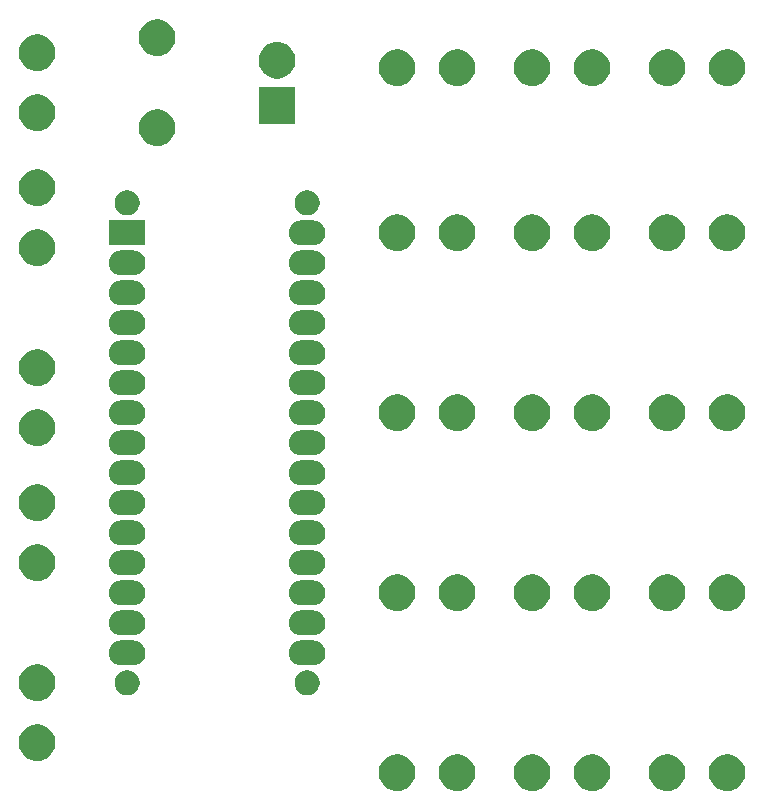
<source format=gts>
G04 #@! TF.GenerationSoftware,KiCad,Pcbnew,(5.1.4)-1*
G04 #@! TF.CreationDate,2021-08-16T11:20:49+02:00*
G04 #@! TF.ProjectId,lionsled,6c696f6e-736c-4656-942e-6b696361645f,1.0*
G04 #@! TF.SameCoordinates,Original*
G04 #@! TF.FileFunction,Soldermask,Top*
G04 #@! TF.FilePolarity,Negative*
%FSLAX46Y46*%
G04 Gerber Fmt 4.6, Leading zero omitted, Abs format (unit mm)*
G04 Created by KiCad (PCBNEW (5.1.4)-1) date 2021-08-16 11:20:49*
%MOMM*%
%LPD*%
G04 APERTURE LIST*
%ADD10C,0.100000*%
G04 APERTURE END LIST*
D10*
G36*
X133652585Y-121668802D02*
G01*
X133802410Y-121698604D01*
X134084674Y-121815521D01*
X134338705Y-121985259D01*
X134554741Y-122201295D01*
X134724479Y-122455326D01*
X134841396Y-122737590D01*
X134901000Y-123037240D01*
X134901000Y-123342760D01*
X134841396Y-123642410D01*
X134724479Y-123924674D01*
X134554741Y-124178705D01*
X134338705Y-124394741D01*
X134084674Y-124564479D01*
X133802410Y-124681396D01*
X133652585Y-124711198D01*
X133502761Y-124741000D01*
X133197239Y-124741000D01*
X133047415Y-124711198D01*
X132897590Y-124681396D01*
X132615326Y-124564479D01*
X132361295Y-124394741D01*
X132145259Y-124178705D01*
X131975521Y-123924674D01*
X131858604Y-123642410D01*
X131799000Y-123342760D01*
X131799000Y-123037240D01*
X131858604Y-122737590D01*
X131975521Y-122455326D01*
X132145259Y-122201295D01*
X132361295Y-121985259D01*
X132615326Y-121815521D01*
X132897590Y-121698604D01*
X133047415Y-121668802D01*
X133197239Y-121639000D01*
X133502761Y-121639000D01*
X133652585Y-121668802D01*
X133652585Y-121668802D01*
G37*
G36*
X122222585Y-121668802D02*
G01*
X122372410Y-121698604D01*
X122654674Y-121815521D01*
X122908705Y-121985259D01*
X123124741Y-122201295D01*
X123294479Y-122455326D01*
X123411396Y-122737590D01*
X123471000Y-123037240D01*
X123471000Y-123342760D01*
X123411396Y-123642410D01*
X123294479Y-123924674D01*
X123124741Y-124178705D01*
X122908705Y-124394741D01*
X122654674Y-124564479D01*
X122372410Y-124681396D01*
X122222585Y-124711198D01*
X122072761Y-124741000D01*
X121767239Y-124741000D01*
X121617415Y-124711198D01*
X121467590Y-124681396D01*
X121185326Y-124564479D01*
X120931295Y-124394741D01*
X120715259Y-124178705D01*
X120545521Y-123924674D01*
X120428604Y-123642410D01*
X120369000Y-123342760D01*
X120369000Y-123037240D01*
X120428604Y-122737590D01*
X120545521Y-122455326D01*
X120715259Y-122201295D01*
X120931295Y-121985259D01*
X121185326Y-121815521D01*
X121467590Y-121698604D01*
X121617415Y-121668802D01*
X121767239Y-121639000D01*
X122072761Y-121639000D01*
X122222585Y-121668802D01*
X122222585Y-121668802D01*
G37*
G36*
X117142585Y-121668802D02*
G01*
X117292410Y-121698604D01*
X117574674Y-121815521D01*
X117828705Y-121985259D01*
X118044741Y-122201295D01*
X118214479Y-122455326D01*
X118331396Y-122737590D01*
X118391000Y-123037240D01*
X118391000Y-123342760D01*
X118331396Y-123642410D01*
X118214479Y-123924674D01*
X118044741Y-124178705D01*
X117828705Y-124394741D01*
X117574674Y-124564479D01*
X117292410Y-124681396D01*
X117142585Y-124711198D01*
X116992761Y-124741000D01*
X116687239Y-124741000D01*
X116537415Y-124711198D01*
X116387590Y-124681396D01*
X116105326Y-124564479D01*
X115851295Y-124394741D01*
X115635259Y-124178705D01*
X115465521Y-123924674D01*
X115348604Y-123642410D01*
X115289000Y-123342760D01*
X115289000Y-123037240D01*
X115348604Y-122737590D01*
X115465521Y-122455326D01*
X115635259Y-122201295D01*
X115851295Y-121985259D01*
X116105326Y-121815521D01*
X116387590Y-121698604D01*
X116537415Y-121668802D01*
X116687239Y-121639000D01*
X116992761Y-121639000D01*
X117142585Y-121668802D01*
X117142585Y-121668802D01*
G37*
G36*
X110792585Y-121668802D02*
G01*
X110942410Y-121698604D01*
X111224674Y-121815521D01*
X111478705Y-121985259D01*
X111694741Y-122201295D01*
X111864479Y-122455326D01*
X111981396Y-122737590D01*
X112041000Y-123037240D01*
X112041000Y-123342760D01*
X111981396Y-123642410D01*
X111864479Y-123924674D01*
X111694741Y-124178705D01*
X111478705Y-124394741D01*
X111224674Y-124564479D01*
X110942410Y-124681396D01*
X110792585Y-124711198D01*
X110642761Y-124741000D01*
X110337239Y-124741000D01*
X110187415Y-124711198D01*
X110037590Y-124681396D01*
X109755326Y-124564479D01*
X109501295Y-124394741D01*
X109285259Y-124178705D01*
X109115521Y-123924674D01*
X108998604Y-123642410D01*
X108939000Y-123342760D01*
X108939000Y-123037240D01*
X108998604Y-122737590D01*
X109115521Y-122455326D01*
X109285259Y-122201295D01*
X109501295Y-121985259D01*
X109755326Y-121815521D01*
X110037590Y-121698604D01*
X110187415Y-121668802D01*
X110337239Y-121639000D01*
X110642761Y-121639000D01*
X110792585Y-121668802D01*
X110792585Y-121668802D01*
G37*
G36*
X105712585Y-121668802D02*
G01*
X105862410Y-121698604D01*
X106144674Y-121815521D01*
X106398705Y-121985259D01*
X106614741Y-122201295D01*
X106784479Y-122455326D01*
X106901396Y-122737590D01*
X106961000Y-123037240D01*
X106961000Y-123342760D01*
X106901396Y-123642410D01*
X106784479Y-123924674D01*
X106614741Y-124178705D01*
X106398705Y-124394741D01*
X106144674Y-124564479D01*
X105862410Y-124681396D01*
X105712585Y-124711198D01*
X105562761Y-124741000D01*
X105257239Y-124741000D01*
X105107415Y-124711198D01*
X104957590Y-124681396D01*
X104675326Y-124564479D01*
X104421295Y-124394741D01*
X104205259Y-124178705D01*
X104035521Y-123924674D01*
X103918604Y-123642410D01*
X103859000Y-123342760D01*
X103859000Y-123037240D01*
X103918604Y-122737590D01*
X104035521Y-122455326D01*
X104205259Y-122201295D01*
X104421295Y-121985259D01*
X104675326Y-121815521D01*
X104957590Y-121698604D01*
X105107415Y-121668802D01*
X105257239Y-121639000D01*
X105562761Y-121639000D01*
X105712585Y-121668802D01*
X105712585Y-121668802D01*
G37*
G36*
X128572585Y-121668802D02*
G01*
X128722410Y-121698604D01*
X129004674Y-121815521D01*
X129258705Y-121985259D01*
X129474741Y-122201295D01*
X129644479Y-122455326D01*
X129761396Y-122737590D01*
X129821000Y-123037240D01*
X129821000Y-123342760D01*
X129761396Y-123642410D01*
X129644479Y-123924674D01*
X129474741Y-124178705D01*
X129258705Y-124394741D01*
X129004674Y-124564479D01*
X128722410Y-124681396D01*
X128572585Y-124711198D01*
X128422761Y-124741000D01*
X128117239Y-124741000D01*
X127967415Y-124711198D01*
X127817590Y-124681396D01*
X127535326Y-124564479D01*
X127281295Y-124394741D01*
X127065259Y-124178705D01*
X126895521Y-123924674D01*
X126778604Y-123642410D01*
X126719000Y-123342760D01*
X126719000Y-123037240D01*
X126778604Y-122737590D01*
X126895521Y-122455326D01*
X127065259Y-122201295D01*
X127281295Y-121985259D01*
X127535326Y-121815521D01*
X127817590Y-121698604D01*
X127967415Y-121668802D01*
X128117239Y-121639000D01*
X128422761Y-121639000D01*
X128572585Y-121668802D01*
X128572585Y-121668802D01*
G37*
G36*
X75232585Y-119128802D02*
G01*
X75382410Y-119158604D01*
X75664674Y-119275521D01*
X75918705Y-119445259D01*
X76134741Y-119661295D01*
X76304479Y-119915326D01*
X76421396Y-120197590D01*
X76481000Y-120497240D01*
X76481000Y-120802760D01*
X76421396Y-121102410D01*
X76304479Y-121384674D01*
X76134741Y-121638705D01*
X75918705Y-121854741D01*
X75664674Y-122024479D01*
X75382410Y-122141396D01*
X75232585Y-122171198D01*
X75082761Y-122201000D01*
X74777239Y-122201000D01*
X74627415Y-122171198D01*
X74477590Y-122141396D01*
X74195326Y-122024479D01*
X73941295Y-121854741D01*
X73725259Y-121638705D01*
X73555521Y-121384674D01*
X73438604Y-121102410D01*
X73379000Y-120802760D01*
X73379000Y-120497240D01*
X73438604Y-120197590D01*
X73555521Y-119915326D01*
X73725259Y-119661295D01*
X73941295Y-119445259D01*
X74195326Y-119275521D01*
X74477590Y-119158604D01*
X74627415Y-119128802D01*
X74777239Y-119099000D01*
X75082761Y-119099000D01*
X75232585Y-119128802D01*
X75232585Y-119128802D01*
G37*
G36*
X75232585Y-114048802D02*
G01*
X75382410Y-114078604D01*
X75664674Y-114195521D01*
X75918705Y-114365259D01*
X76134741Y-114581295D01*
X76304479Y-114835326D01*
X76421396Y-115117590D01*
X76481000Y-115417240D01*
X76481000Y-115722760D01*
X76421396Y-116022410D01*
X76304479Y-116304674D01*
X76134741Y-116558705D01*
X75918705Y-116774741D01*
X75664674Y-116944479D01*
X75382410Y-117061396D01*
X75232585Y-117091198D01*
X75082761Y-117121000D01*
X74777239Y-117121000D01*
X74627415Y-117091198D01*
X74477590Y-117061396D01*
X74195326Y-116944479D01*
X73941295Y-116774741D01*
X73725259Y-116558705D01*
X73555521Y-116304674D01*
X73438604Y-116022410D01*
X73379000Y-115722760D01*
X73379000Y-115417240D01*
X73438604Y-115117590D01*
X73555521Y-114835326D01*
X73725259Y-114581295D01*
X73941295Y-114365259D01*
X74195326Y-114195521D01*
X74477590Y-114078604D01*
X74627415Y-114048802D01*
X74777239Y-114019000D01*
X75082761Y-114019000D01*
X75232585Y-114048802D01*
X75232585Y-114048802D01*
G37*
G36*
X82856564Y-114559389D02*
G01*
X83047833Y-114638615D01*
X83047835Y-114638616D01*
X83219973Y-114753635D01*
X83366365Y-114900027D01*
X83481385Y-115072167D01*
X83560611Y-115263436D01*
X83601000Y-115466484D01*
X83601000Y-115673516D01*
X83560611Y-115876564D01*
X83500200Y-116022409D01*
X83481384Y-116067835D01*
X83366365Y-116239973D01*
X83219973Y-116386365D01*
X83047835Y-116501384D01*
X83047834Y-116501385D01*
X83047833Y-116501385D01*
X82856564Y-116580611D01*
X82653516Y-116621000D01*
X82446484Y-116621000D01*
X82243436Y-116580611D01*
X82052167Y-116501385D01*
X82052166Y-116501385D01*
X82052165Y-116501384D01*
X81880027Y-116386365D01*
X81733635Y-116239973D01*
X81618616Y-116067835D01*
X81599800Y-116022409D01*
X81539389Y-115876564D01*
X81499000Y-115673516D01*
X81499000Y-115466484D01*
X81539389Y-115263436D01*
X81618615Y-115072167D01*
X81733635Y-114900027D01*
X81880027Y-114753635D01*
X82052165Y-114638616D01*
X82052167Y-114638615D01*
X82243436Y-114559389D01*
X82446484Y-114519000D01*
X82653516Y-114519000D01*
X82856564Y-114559389D01*
X82856564Y-114559389D01*
G37*
G36*
X98096564Y-114559389D02*
G01*
X98287833Y-114638615D01*
X98287835Y-114638616D01*
X98459973Y-114753635D01*
X98606365Y-114900027D01*
X98721385Y-115072167D01*
X98800611Y-115263436D01*
X98841000Y-115466484D01*
X98841000Y-115673516D01*
X98800611Y-115876564D01*
X98740200Y-116022409D01*
X98721384Y-116067835D01*
X98606365Y-116239973D01*
X98459973Y-116386365D01*
X98287835Y-116501384D01*
X98287834Y-116501385D01*
X98287833Y-116501385D01*
X98096564Y-116580611D01*
X97893516Y-116621000D01*
X97686484Y-116621000D01*
X97483436Y-116580611D01*
X97292167Y-116501385D01*
X97292166Y-116501385D01*
X97292165Y-116501384D01*
X97120027Y-116386365D01*
X96973635Y-116239973D01*
X96858616Y-116067835D01*
X96839800Y-116022409D01*
X96779389Y-115876564D01*
X96739000Y-115673516D01*
X96739000Y-115466484D01*
X96779389Y-115263436D01*
X96858615Y-115072167D01*
X96973635Y-114900027D01*
X97120027Y-114753635D01*
X97292165Y-114638616D01*
X97292167Y-114638615D01*
X97483436Y-114559389D01*
X97686484Y-114519000D01*
X97893516Y-114519000D01*
X98096564Y-114559389D01*
X98096564Y-114559389D01*
G37*
G36*
X98393097Y-111984069D02*
G01*
X98496032Y-111994207D01*
X98694146Y-112054305D01*
X98694149Y-112054306D01*
X98790975Y-112106061D01*
X98876729Y-112151897D01*
X99036765Y-112283235D01*
X99168103Y-112443271D01*
X99213939Y-112529025D01*
X99265694Y-112625851D01*
X99265695Y-112625854D01*
X99325793Y-112823968D01*
X99346085Y-113030000D01*
X99325793Y-113236032D01*
X99265695Y-113434146D01*
X99265694Y-113434149D01*
X99213939Y-113530975D01*
X99168103Y-113616729D01*
X99036765Y-113776765D01*
X98876729Y-113908103D01*
X98790975Y-113953939D01*
X98694149Y-114005694D01*
X98694146Y-114005695D01*
X98496032Y-114065793D01*
X98393097Y-114075931D01*
X98341631Y-114081000D01*
X97238369Y-114081000D01*
X97186903Y-114075931D01*
X97083968Y-114065793D01*
X96885854Y-114005695D01*
X96885851Y-114005694D01*
X96789025Y-113953939D01*
X96703271Y-113908103D01*
X96543235Y-113776765D01*
X96411897Y-113616729D01*
X96366061Y-113530975D01*
X96314306Y-113434149D01*
X96314305Y-113434146D01*
X96254207Y-113236032D01*
X96233915Y-113030000D01*
X96254207Y-112823968D01*
X96314305Y-112625854D01*
X96314306Y-112625851D01*
X96366061Y-112529025D01*
X96411897Y-112443271D01*
X96543235Y-112283235D01*
X96703271Y-112151897D01*
X96789025Y-112106061D01*
X96885851Y-112054306D01*
X96885854Y-112054305D01*
X97083968Y-111994207D01*
X97186903Y-111984069D01*
X97238369Y-111979000D01*
X98341631Y-111979000D01*
X98393097Y-111984069D01*
X98393097Y-111984069D01*
G37*
G36*
X83153097Y-111984069D02*
G01*
X83256032Y-111994207D01*
X83454146Y-112054305D01*
X83454149Y-112054306D01*
X83550975Y-112106061D01*
X83636729Y-112151897D01*
X83796765Y-112283235D01*
X83928103Y-112443271D01*
X83973939Y-112529025D01*
X84025694Y-112625851D01*
X84025695Y-112625854D01*
X84085793Y-112823968D01*
X84106085Y-113030000D01*
X84085793Y-113236032D01*
X84025695Y-113434146D01*
X84025694Y-113434149D01*
X83973939Y-113530975D01*
X83928103Y-113616729D01*
X83796765Y-113776765D01*
X83636729Y-113908103D01*
X83550975Y-113953939D01*
X83454149Y-114005694D01*
X83454146Y-114005695D01*
X83256032Y-114065793D01*
X83153097Y-114075931D01*
X83101631Y-114081000D01*
X81998369Y-114081000D01*
X81946903Y-114075931D01*
X81843968Y-114065793D01*
X81645854Y-114005695D01*
X81645851Y-114005694D01*
X81549025Y-113953939D01*
X81463271Y-113908103D01*
X81303235Y-113776765D01*
X81171897Y-113616729D01*
X81126061Y-113530975D01*
X81074306Y-113434149D01*
X81074305Y-113434146D01*
X81014207Y-113236032D01*
X80993915Y-113030000D01*
X81014207Y-112823968D01*
X81074305Y-112625854D01*
X81074306Y-112625851D01*
X81126061Y-112529025D01*
X81171897Y-112443271D01*
X81303235Y-112283235D01*
X81463271Y-112151897D01*
X81549025Y-112106061D01*
X81645851Y-112054306D01*
X81645854Y-112054305D01*
X81843968Y-111994207D01*
X81946903Y-111984069D01*
X81998369Y-111979000D01*
X83101631Y-111979000D01*
X83153097Y-111984069D01*
X83153097Y-111984069D01*
G37*
G36*
X83153097Y-109444069D02*
G01*
X83256032Y-109454207D01*
X83454146Y-109514305D01*
X83454149Y-109514306D01*
X83550975Y-109566061D01*
X83636729Y-109611897D01*
X83796765Y-109743235D01*
X83928103Y-109903271D01*
X83973939Y-109989025D01*
X84025694Y-110085851D01*
X84025695Y-110085854D01*
X84085793Y-110283968D01*
X84106085Y-110490000D01*
X84085793Y-110696032D01*
X84025695Y-110894146D01*
X84025694Y-110894149D01*
X83973939Y-110990975D01*
X83928103Y-111076729D01*
X83796765Y-111236765D01*
X83636729Y-111368103D01*
X83550975Y-111413939D01*
X83454149Y-111465694D01*
X83454146Y-111465695D01*
X83256032Y-111525793D01*
X83153097Y-111535931D01*
X83101631Y-111541000D01*
X81998369Y-111541000D01*
X81946903Y-111535931D01*
X81843968Y-111525793D01*
X81645854Y-111465695D01*
X81645851Y-111465694D01*
X81549025Y-111413939D01*
X81463271Y-111368103D01*
X81303235Y-111236765D01*
X81171897Y-111076729D01*
X81126061Y-110990975D01*
X81074306Y-110894149D01*
X81074305Y-110894146D01*
X81014207Y-110696032D01*
X80993915Y-110490000D01*
X81014207Y-110283968D01*
X81074305Y-110085854D01*
X81074306Y-110085851D01*
X81126061Y-109989025D01*
X81171897Y-109903271D01*
X81303235Y-109743235D01*
X81463271Y-109611897D01*
X81549025Y-109566061D01*
X81645851Y-109514306D01*
X81645854Y-109514305D01*
X81843968Y-109454207D01*
X81946903Y-109444069D01*
X81998369Y-109439000D01*
X83101631Y-109439000D01*
X83153097Y-109444069D01*
X83153097Y-109444069D01*
G37*
G36*
X98393097Y-109444069D02*
G01*
X98496032Y-109454207D01*
X98694146Y-109514305D01*
X98694149Y-109514306D01*
X98790975Y-109566061D01*
X98876729Y-109611897D01*
X99036765Y-109743235D01*
X99168103Y-109903271D01*
X99213939Y-109989025D01*
X99265694Y-110085851D01*
X99265695Y-110085854D01*
X99325793Y-110283968D01*
X99346085Y-110490000D01*
X99325793Y-110696032D01*
X99265695Y-110894146D01*
X99265694Y-110894149D01*
X99213939Y-110990975D01*
X99168103Y-111076729D01*
X99036765Y-111236765D01*
X98876729Y-111368103D01*
X98790975Y-111413939D01*
X98694149Y-111465694D01*
X98694146Y-111465695D01*
X98496032Y-111525793D01*
X98393097Y-111535931D01*
X98341631Y-111541000D01*
X97238369Y-111541000D01*
X97186903Y-111535931D01*
X97083968Y-111525793D01*
X96885854Y-111465695D01*
X96885851Y-111465694D01*
X96789025Y-111413939D01*
X96703271Y-111368103D01*
X96543235Y-111236765D01*
X96411897Y-111076729D01*
X96366061Y-110990975D01*
X96314306Y-110894149D01*
X96314305Y-110894146D01*
X96254207Y-110696032D01*
X96233915Y-110490000D01*
X96254207Y-110283968D01*
X96314305Y-110085854D01*
X96314306Y-110085851D01*
X96366061Y-109989025D01*
X96411897Y-109903271D01*
X96543235Y-109743235D01*
X96703271Y-109611897D01*
X96789025Y-109566061D01*
X96885851Y-109514306D01*
X96885854Y-109514305D01*
X97083968Y-109454207D01*
X97186903Y-109444069D01*
X97238369Y-109439000D01*
X98341631Y-109439000D01*
X98393097Y-109444069D01*
X98393097Y-109444069D01*
G37*
G36*
X105712585Y-106428802D02*
G01*
X105862410Y-106458604D01*
X106144674Y-106575521D01*
X106398705Y-106745259D01*
X106614741Y-106961295D01*
X106784479Y-107215326D01*
X106901396Y-107497590D01*
X106961000Y-107797240D01*
X106961000Y-108102760D01*
X106901396Y-108402410D01*
X106784479Y-108684674D01*
X106614741Y-108938705D01*
X106398705Y-109154741D01*
X106144674Y-109324479D01*
X105862410Y-109441396D01*
X105712585Y-109471198D01*
X105562761Y-109501000D01*
X105257239Y-109501000D01*
X105107415Y-109471198D01*
X104957590Y-109441396D01*
X104675326Y-109324479D01*
X104421295Y-109154741D01*
X104205259Y-108938705D01*
X104035521Y-108684674D01*
X103918604Y-108402410D01*
X103859000Y-108102760D01*
X103859000Y-107797240D01*
X103918604Y-107497590D01*
X104035521Y-107215326D01*
X104205259Y-106961295D01*
X104421295Y-106745259D01*
X104675326Y-106575521D01*
X104957590Y-106458604D01*
X105107415Y-106428802D01*
X105257239Y-106399000D01*
X105562761Y-106399000D01*
X105712585Y-106428802D01*
X105712585Y-106428802D01*
G37*
G36*
X110792585Y-106428802D02*
G01*
X110942410Y-106458604D01*
X111224674Y-106575521D01*
X111478705Y-106745259D01*
X111694741Y-106961295D01*
X111864479Y-107215326D01*
X111981396Y-107497590D01*
X112041000Y-107797240D01*
X112041000Y-108102760D01*
X111981396Y-108402410D01*
X111864479Y-108684674D01*
X111694741Y-108938705D01*
X111478705Y-109154741D01*
X111224674Y-109324479D01*
X110942410Y-109441396D01*
X110792585Y-109471198D01*
X110642761Y-109501000D01*
X110337239Y-109501000D01*
X110187415Y-109471198D01*
X110037590Y-109441396D01*
X109755326Y-109324479D01*
X109501295Y-109154741D01*
X109285259Y-108938705D01*
X109115521Y-108684674D01*
X108998604Y-108402410D01*
X108939000Y-108102760D01*
X108939000Y-107797240D01*
X108998604Y-107497590D01*
X109115521Y-107215326D01*
X109285259Y-106961295D01*
X109501295Y-106745259D01*
X109755326Y-106575521D01*
X110037590Y-106458604D01*
X110187415Y-106428802D01*
X110337239Y-106399000D01*
X110642761Y-106399000D01*
X110792585Y-106428802D01*
X110792585Y-106428802D01*
G37*
G36*
X117142585Y-106428802D02*
G01*
X117292410Y-106458604D01*
X117574674Y-106575521D01*
X117828705Y-106745259D01*
X118044741Y-106961295D01*
X118214479Y-107215326D01*
X118331396Y-107497590D01*
X118391000Y-107797240D01*
X118391000Y-108102760D01*
X118331396Y-108402410D01*
X118214479Y-108684674D01*
X118044741Y-108938705D01*
X117828705Y-109154741D01*
X117574674Y-109324479D01*
X117292410Y-109441396D01*
X117142585Y-109471198D01*
X116992761Y-109501000D01*
X116687239Y-109501000D01*
X116537415Y-109471198D01*
X116387590Y-109441396D01*
X116105326Y-109324479D01*
X115851295Y-109154741D01*
X115635259Y-108938705D01*
X115465521Y-108684674D01*
X115348604Y-108402410D01*
X115289000Y-108102760D01*
X115289000Y-107797240D01*
X115348604Y-107497590D01*
X115465521Y-107215326D01*
X115635259Y-106961295D01*
X115851295Y-106745259D01*
X116105326Y-106575521D01*
X116387590Y-106458604D01*
X116537415Y-106428802D01*
X116687239Y-106399000D01*
X116992761Y-106399000D01*
X117142585Y-106428802D01*
X117142585Y-106428802D01*
G37*
G36*
X128572585Y-106428802D02*
G01*
X128722410Y-106458604D01*
X129004674Y-106575521D01*
X129258705Y-106745259D01*
X129474741Y-106961295D01*
X129644479Y-107215326D01*
X129761396Y-107497590D01*
X129821000Y-107797240D01*
X129821000Y-108102760D01*
X129761396Y-108402410D01*
X129644479Y-108684674D01*
X129474741Y-108938705D01*
X129258705Y-109154741D01*
X129004674Y-109324479D01*
X128722410Y-109441396D01*
X128572585Y-109471198D01*
X128422761Y-109501000D01*
X128117239Y-109501000D01*
X127967415Y-109471198D01*
X127817590Y-109441396D01*
X127535326Y-109324479D01*
X127281295Y-109154741D01*
X127065259Y-108938705D01*
X126895521Y-108684674D01*
X126778604Y-108402410D01*
X126719000Y-108102760D01*
X126719000Y-107797240D01*
X126778604Y-107497590D01*
X126895521Y-107215326D01*
X127065259Y-106961295D01*
X127281295Y-106745259D01*
X127535326Y-106575521D01*
X127817590Y-106458604D01*
X127967415Y-106428802D01*
X128117239Y-106399000D01*
X128422761Y-106399000D01*
X128572585Y-106428802D01*
X128572585Y-106428802D01*
G37*
G36*
X133652585Y-106428802D02*
G01*
X133802410Y-106458604D01*
X134084674Y-106575521D01*
X134338705Y-106745259D01*
X134554741Y-106961295D01*
X134724479Y-107215326D01*
X134841396Y-107497590D01*
X134901000Y-107797240D01*
X134901000Y-108102760D01*
X134841396Y-108402410D01*
X134724479Y-108684674D01*
X134554741Y-108938705D01*
X134338705Y-109154741D01*
X134084674Y-109324479D01*
X133802410Y-109441396D01*
X133652585Y-109471198D01*
X133502761Y-109501000D01*
X133197239Y-109501000D01*
X133047415Y-109471198D01*
X132897590Y-109441396D01*
X132615326Y-109324479D01*
X132361295Y-109154741D01*
X132145259Y-108938705D01*
X131975521Y-108684674D01*
X131858604Y-108402410D01*
X131799000Y-108102760D01*
X131799000Y-107797240D01*
X131858604Y-107497590D01*
X131975521Y-107215326D01*
X132145259Y-106961295D01*
X132361295Y-106745259D01*
X132615326Y-106575521D01*
X132897590Y-106458604D01*
X133047415Y-106428802D01*
X133197239Y-106399000D01*
X133502761Y-106399000D01*
X133652585Y-106428802D01*
X133652585Y-106428802D01*
G37*
G36*
X122222585Y-106428802D02*
G01*
X122372410Y-106458604D01*
X122654674Y-106575521D01*
X122908705Y-106745259D01*
X123124741Y-106961295D01*
X123294479Y-107215326D01*
X123411396Y-107497590D01*
X123471000Y-107797240D01*
X123471000Y-108102760D01*
X123411396Y-108402410D01*
X123294479Y-108684674D01*
X123124741Y-108938705D01*
X122908705Y-109154741D01*
X122654674Y-109324479D01*
X122372410Y-109441396D01*
X122222585Y-109471198D01*
X122072761Y-109501000D01*
X121767239Y-109501000D01*
X121617415Y-109471198D01*
X121467590Y-109441396D01*
X121185326Y-109324479D01*
X120931295Y-109154741D01*
X120715259Y-108938705D01*
X120545521Y-108684674D01*
X120428604Y-108402410D01*
X120369000Y-108102760D01*
X120369000Y-107797240D01*
X120428604Y-107497590D01*
X120545521Y-107215326D01*
X120715259Y-106961295D01*
X120931295Y-106745259D01*
X121185326Y-106575521D01*
X121467590Y-106458604D01*
X121617415Y-106428802D01*
X121767239Y-106399000D01*
X122072761Y-106399000D01*
X122222585Y-106428802D01*
X122222585Y-106428802D01*
G37*
G36*
X98393097Y-106904069D02*
G01*
X98496032Y-106914207D01*
X98694146Y-106974305D01*
X98694149Y-106974306D01*
X98790975Y-107026061D01*
X98876729Y-107071897D01*
X99036765Y-107203235D01*
X99168103Y-107363271D01*
X99213939Y-107449025D01*
X99265694Y-107545851D01*
X99265695Y-107545854D01*
X99325793Y-107743968D01*
X99346085Y-107950000D01*
X99325793Y-108156032D01*
X99265695Y-108354146D01*
X99265694Y-108354149D01*
X99239898Y-108402409D01*
X99168103Y-108536729D01*
X99036765Y-108696765D01*
X98876729Y-108828103D01*
X98790975Y-108873939D01*
X98694149Y-108925694D01*
X98694146Y-108925695D01*
X98496032Y-108985793D01*
X98393097Y-108995931D01*
X98341631Y-109001000D01*
X97238369Y-109001000D01*
X97186903Y-108995931D01*
X97083968Y-108985793D01*
X96885854Y-108925695D01*
X96885851Y-108925694D01*
X96789025Y-108873939D01*
X96703271Y-108828103D01*
X96543235Y-108696765D01*
X96411897Y-108536729D01*
X96340102Y-108402409D01*
X96314306Y-108354149D01*
X96314305Y-108354146D01*
X96254207Y-108156032D01*
X96233915Y-107950000D01*
X96254207Y-107743968D01*
X96314305Y-107545854D01*
X96314306Y-107545851D01*
X96366061Y-107449025D01*
X96411897Y-107363271D01*
X96543235Y-107203235D01*
X96703271Y-107071897D01*
X96789025Y-107026061D01*
X96885851Y-106974306D01*
X96885854Y-106974305D01*
X97083968Y-106914207D01*
X97186903Y-106904069D01*
X97238369Y-106899000D01*
X98341631Y-106899000D01*
X98393097Y-106904069D01*
X98393097Y-106904069D01*
G37*
G36*
X83153097Y-106904069D02*
G01*
X83256032Y-106914207D01*
X83454146Y-106974305D01*
X83454149Y-106974306D01*
X83550975Y-107026061D01*
X83636729Y-107071897D01*
X83796765Y-107203235D01*
X83928103Y-107363271D01*
X83973939Y-107449025D01*
X84025694Y-107545851D01*
X84025695Y-107545854D01*
X84085793Y-107743968D01*
X84106085Y-107950000D01*
X84085793Y-108156032D01*
X84025695Y-108354146D01*
X84025694Y-108354149D01*
X83999898Y-108402409D01*
X83928103Y-108536729D01*
X83796765Y-108696765D01*
X83636729Y-108828103D01*
X83550975Y-108873939D01*
X83454149Y-108925694D01*
X83454146Y-108925695D01*
X83256032Y-108985793D01*
X83153097Y-108995931D01*
X83101631Y-109001000D01*
X81998369Y-109001000D01*
X81946903Y-108995931D01*
X81843968Y-108985793D01*
X81645854Y-108925695D01*
X81645851Y-108925694D01*
X81549025Y-108873939D01*
X81463271Y-108828103D01*
X81303235Y-108696765D01*
X81171897Y-108536729D01*
X81100102Y-108402409D01*
X81074306Y-108354149D01*
X81074305Y-108354146D01*
X81014207Y-108156032D01*
X80993915Y-107950000D01*
X81014207Y-107743968D01*
X81074305Y-107545854D01*
X81074306Y-107545851D01*
X81126061Y-107449025D01*
X81171897Y-107363271D01*
X81303235Y-107203235D01*
X81463271Y-107071897D01*
X81549025Y-107026061D01*
X81645851Y-106974306D01*
X81645854Y-106974305D01*
X81843968Y-106914207D01*
X81946903Y-106904069D01*
X81998369Y-106899000D01*
X83101631Y-106899000D01*
X83153097Y-106904069D01*
X83153097Y-106904069D01*
G37*
G36*
X75232585Y-103888802D02*
G01*
X75382410Y-103918604D01*
X75664674Y-104035521D01*
X75918705Y-104205259D01*
X76134741Y-104421295D01*
X76304479Y-104675326D01*
X76421396Y-104957590D01*
X76481000Y-105257240D01*
X76481000Y-105562760D01*
X76421396Y-105862410D01*
X76304479Y-106144674D01*
X76134741Y-106398705D01*
X75918705Y-106614741D01*
X75664674Y-106784479D01*
X75382410Y-106901396D01*
X75232585Y-106931198D01*
X75082761Y-106961000D01*
X74777239Y-106961000D01*
X74627415Y-106931198D01*
X74477590Y-106901396D01*
X74195326Y-106784479D01*
X73941295Y-106614741D01*
X73725259Y-106398705D01*
X73555521Y-106144674D01*
X73438604Y-105862410D01*
X73379000Y-105562760D01*
X73379000Y-105257240D01*
X73438604Y-104957590D01*
X73555521Y-104675326D01*
X73725259Y-104421295D01*
X73941295Y-104205259D01*
X74195326Y-104035521D01*
X74477590Y-103918604D01*
X74627415Y-103888802D01*
X74777239Y-103859000D01*
X75082761Y-103859000D01*
X75232585Y-103888802D01*
X75232585Y-103888802D01*
G37*
G36*
X98393097Y-104364069D02*
G01*
X98496032Y-104374207D01*
X98694146Y-104434305D01*
X98694149Y-104434306D01*
X98790975Y-104486061D01*
X98876729Y-104531897D01*
X99036765Y-104663235D01*
X99168103Y-104823271D01*
X99213939Y-104909025D01*
X99265694Y-105005851D01*
X99265695Y-105005854D01*
X99325793Y-105203968D01*
X99346085Y-105410000D01*
X99325793Y-105616032D01*
X99265695Y-105814146D01*
X99265694Y-105814149D01*
X99239898Y-105862409D01*
X99168103Y-105996729D01*
X99036765Y-106156765D01*
X98876729Y-106288103D01*
X98790975Y-106333939D01*
X98694149Y-106385694D01*
X98694146Y-106385695D01*
X98496032Y-106445793D01*
X98393097Y-106455931D01*
X98341631Y-106461000D01*
X97238369Y-106461000D01*
X97186903Y-106455931D01*
X97083968Y-106445793D01*
X96885854Y-106385695D01*
X96885851Y-106385694D01*
X96789025Y-106333939D01*
X96703271Y-106288103D01*
X96543235Y-106156765D01*
X96411897Y-105996729D01*
X96340102Y-105862409D01*
X96314306Y-105814149D01*
X96314305Y-105814146D01*
X96254207Y-105616032D01*
X96233915Y-105410000D01*
X96254207Y-105203968D01*
X96314305Y-105005854D01*
X96314306Y-105005851D01*
X96366061Y-104909025D01*
X96411897Y-104823271D01*
X96543235Y-104663235D01*
X96703271Y-104531897D01*
X96789025Y-104486061D01*
X96885851Y-104434306D01*
X96885854Y-104434305D01*
X97083968Y-104374207D01*
X97186903Y-104364069D01*
X97238369Y-104359000D01*
X98341631Y-104359000D01*
X98393097Y-104364069D01*
X98393097Y-104364069D01*
G37*
G36*
X83153097Y-104364069D02*
G01*
X83256032Y-104374207D01*
X83454146Y-104434305D01*
X83454149Y-104434306D01*
X83550975Y-104486061D01*
X83636729Y-104531897D01*
X83796765Y-104663235D01*
X83928103Y-104823271D01*
X83973939Y-104909025D01*
X84025694Y-105005851D01*
X84025695Y-105005854D01*
X84085793Y-105203968D01*
X84106085Y-105410000D01*
X84085793Y-105616032D01*
X84025695Y-105814146D01*
X84025694Y-105814149D01*
X83999898Y-105862409D01*
X83928103Y-105996729D01*
X83796765Y-106156765D01*
X83636729Y-106288103D01*
X83550975Y-106333939D01*
X83454149Y-106385694D01*
X83454146Y-106385695D01*
X83256032Y-106445793D01*
X83153097Y-106455931D01*
X83101631Y-106461000D01*
X81998369Y-106461000D01*
X81946903Y-106455931D01*
X81843968Y-106445793D01*
X81645854Y-106385695D01*
X81645851Y-106385694D01*
X81549025Y-106333939D01*
X81463271Y-106288103D01*
X81303235Y-106156765D01*
X81171897Y-105996729D01*
X81100102Y-105862409D01*
X81074306Y-105814149D01*
X81074305Y-105814146D01*
X81014207Y-105616032D01*
X80993915Y-105410000D01*
X81014207Y-105203968D01*
X81074305Y-105005854D01*
X81074306Y-105005851D01*
X81126061Y-104909025D01*
X81171897Y-104823271D01*
X81303235Y-104663235D01*
X81463271Y-104531897D01*
X81549025Y-104486061D01*
X81645851Y-104434306D01*
X81645854Y-104434305D01*
X81843968Y-104374207D01*
X81946903Y-104364069D01*
X81998369Y-104359000D01*
X83101631Y-104359000D01*
X83153097Y-104364069D01*
X83153097Y-104364069D01*
G37*
G36*
X83153097Y-101824069D02*
G01*
X83256032Y-101834207D01*
X83454146Y-101894305D01*
X83454149Y-101894306D01*
X83550975Y-101946061D01*
X83636729Y-101991897D01*
X83796765Y-102123235D01*
X83928103Y-102283271D01*
X83973939Y-102369025D01*
X84025694Y-102465851D01*
X84025695Y-102465854D01*
X84085793Y-102663968D01*
X84106085Y-102870000D01*
X84085793Y-103076032D01*
X84025695Y-103274146D01*
X84025694Y-103274149D01*
X83973939Y-103370975D01*
X83928103Y-103456729D01*
X83796765Y-103616765D01*
X83636729Y-103748103D01*
X83550975Y-103793939D01*
X83454149Y-103845694D01*
X83454146Y-103845695D01*
X83256032Y-103905793D01*
X83153097Y-103915931D01*
X83101631Y-103921000D01*
X81998369Y-103921000D01*
X81946903Y-103915931D01*
X81843968Y-103905793D01*
X81645854Y-103845695D01*
X81645851Y-103845694D01*
X81549025Y-103793939D01*
X81463271Y-103748103D01*
X81303235Y-103616765D01*
X81171897Y-103456729D01*
X81126061Y-103370975D01*
X81074306Y-103274149D01*
X81074305Y-103274146D01*
X81014207Y-103076032D01*
X80993915Y-102870000D01*
X81014207Y-102663968D01*
X81074305Y-102465854D01*
X81074306Y-102465851D01*
X81126061Y-102369025D01*
X81171897Y-102283271D01*
X81303235Y-102123235D01*
X81463271Y-101991897D01*
X81549025Y-101946061D01*
X81645851Y-101894306D01*
X81645854Y-101894305D01*
X81843968Y-101834207D01*
X81946903Y-101824069D01*
X81998369Y-101819000D01*
X83101631Y-101819000D01*
X83153097Y-101824069D01*
X83153097Y-101824069D01*
G37*
G36*
X98393097Y-101824069D02*
G01*
X98496032Y-101834207D01*
X98694146Y-101894305D01*
X98694149Y-101894306D01*
X98790975Y-101946061D01*
X98876729Y-101991897D01*
X99036765Y-102123235D01*
X99168103Y-102283271D01*
X99213939Y-102369025D01*
X99265694Y-102465851D01*
X99265695Y-102465854D01*
X99325793Y-102663968D01*
X99346085Y-102870000D01*
X99325793Y-103076032D01*
X99265695Y-103274146D01*
X99265694Y-103274149D01*
X99213939Y-103370975D01*
X99168103Y-103456729D01*
X99036765Y-103616765D01*
X98876729Y-103748103D01*
X98790975Y-103793939D01*
X98694149Y-103845694D01*
X98694146Y-103845695D01*
X98496032Y-103905793D01*
X98393097Y-103915931D01*
X98341631Y-103921000D01*
X97238369Y-103921000D01*
X97186903Y-103915931D01*
X97083968Y-103905793D01*
X96885854Y-103845695D01*
X96885851Y-103845694D01*
X96789025Y-103793939D01*
X96703271Y-103748103D01*
X96543235Y-103616765D01*
X96411897Y-103456729D01*
X96366061Y-103370975D01*
X96314306Y-103274149D01*
X96314305Y-103274146D01*
X96254207Y-103076032D01*
X96233915Y-102870000D01*
X96254207Y-102663968D01*
X96314305Y-102465854D01*
X96314306Y-102465851D01*
X96366061Y-102369025D01*
X96411897Y-102283271D01*
X96543235Y-102123235D01*
X96703271Y-101991897D01*
X96789025Y-101946061D01*
X96885851Y-101894306D01*
X96885854Y-101894305D01*
X97083968Y-101834207D01*
X97186903Y-101824069D01*
X97238369Y-101819000D01*
X98341631Y-101819000D01*
X98393097Y-101824069D01*
X98393097Y-101824069D01*
G37*
G36*
X75232585Y-98808802D02*
G01*
X75382410Y-98838604D01*
X75664674Y-98955521D01*
X75918705Y-99125259D01*
X76134741Y-99341295D01*
X76304479Y-99595326D01*
X76421396Y-99877590D01*
X76481000Y-100177240D01*
X76481000Y-100482760D01*
X76421396Y-100782410D01*
X76304479Y-101064674D01*
X76134741Y-101318705D01*
X75918705Y-101534741D01*
X75664674Y-101704479D01*
X75382410Y-101821396D01*
X75232585Y-101851198D01*
X75082761Y-101881000D01*
X74777239Y-101881000D01*
X74627415Y-101851198D01*
X74477590Y-101821396D01*
X74195326Y-101704479D01*
X73941295Y-101534741D01*
X73725259Y-101318705D01*
X73555521Y-101064674D01*
X73438604Y-100782410D01*
X73379000Y-100482760D01*
X73379000Y-100177240D01*
X73438604Y-99877590D01*
X73555521Y-99595326D01*
X73725259Y-99341295D01*
X73941295Y-99125259D01*
X74195326Y-98955521D01*
X74477590Y-98838604D01*
X74627415Y-98808802D01*
X74777239Y-98779000D01*
X75082761Y-98779000D01*
X75232585Y-98808802D01*
X75232585Y-98808802D01*
G37*
G36*
X98393097Y-99284069D02*
G01*
X98496032Y-99294207D01*
X98694146Y-99354305D01*
X98694149Y-99354306D01*
X98790975Y-99406061D01*
X98876729Y-99451897D01*
X99036765Y-99583235D01*
X99168103Y-99743271D01*
X99213939Y-99829025D01*
X99265694Y-99925851D01*
X99265695Y-99925854D01*
X99325793Y-100123968D01*
X99346085Y-100330000D01*
X99325793Y-100536032D01*
X99265695Y-100734146D01*
X99265694Y-100734149D01*
X99239898Y-100782409D01*
X99168103Y-100916729D01*
X99036765Y-101076765D01*
X98876729Y-101208103D01*
X98790975Y-101253939D01*
X98694149Y-101305694D01*
X98694146Y-101305695D01*
X98496032Y-101365793D01*
X98393097Y-101375931D01*
X98341631Y-101381000D01*
X97238369Y-101381000D01*
X97186903Y-101375931D01*
X97083968Y-101365793D01*
X96885854Y-101305695D01*
X96885851Y-101305694D01*
X96789025Y-101253939D01*
X96703271Y-101208103D01*
X96543235Y-101076765D01*
X96411897Y-100916729D01*
X96340102Y-100782409D01*
X96314306Y-100734149D01*
X96314305Y-100734146D01*
X96254207Y-100536032D01*
X96233915Y-100330000D01*
X96254207Y-100123968D01*
X96314305Y-99925854D01*
X96314306Y-99925851D01*
X96366061Y-99829025D01*
X96411897Y-99743271D01*
X96543235Y-99583235D01*
X96703271Y-99451897D01*
X96789025Y-99406061D01*
X96885851Y-99354306D01*
X96885854Y-99354305D01*
X97083968Y-99294207D01*
X97186903Y-99284069D01*
X97238369Y-99279000D01*
X98341631Y-99279000D01*
X98393097Y-99284069D01*
X98393097Y-99284069D01*
G37*
G36*
X83153097Y-99284069D02*
G01*
X83256032Y-99294207D01*
X83454146Y-99354305D01*
X83454149Y-99354306D01*
X83550975Y-99406061D01*
X83636729Y-99451897D01*
X83796765Y-99583235D01*
X83928103Y-99743271D01*
X83973939Y-99829025D01*
X84025694Y-99925851D01*
X84025695Y-99925854D01*
X84085793Y-100123968D01*
X84106085Y-100330000D01*
X84085793Y-100536032D01*
X84025695Y-100734146D01*
X84025694Y-100734149D01*
X83999898Y-100782409D01*
X83928103Y-100916729D01*
X83796765Y-101076765D01*
X83636729Y-101208103D01*
X83550975Y-101253939D01*
X83454149Y-101305694D01*
X83454146Y-101305695D01*
X83256032Y-101365793D01*
X83153097Y-101375931D01*
X83101631Y-101381000D01*
X81998369Y-101381000D01*
X81946903Y-101375931D01*
X81843968Y-101365793D01*
X81645854Y-101305695D01*
X81645851Y-101305694D01*
X81549025Y-101253939D01*
X81463271Y-101208103D01*
X81303235Y-101076765D01*
X81171897Y-100916729D01*
X81100102Y-100782409D01*
X81074306Y-100734149D01*
X81074305Y-100734146D01*
X81014207Y-100536032D01*
X80993915Y-100330000D01*
X81014207Y-100123968D01*
X81074305Y-99925854D01*
X81074306Y-99925851D01*
X81126061Y-99829025D01*
X81171897Y-99743271D01*
X81303235Y-99583235D01*
X81463271Y-99451897D01*
X81549025Y-99406061D01*
X81645851Y-99354306D01*
X81645854Y-99354305D01*
X81843968Y-99294207D01*
X81946903Y-99284069D01*
X81998369Y-99279000D01*
X83101631Y-99279000D01*
X83153097Y-99284069D01*
X83153097Y-99284069D01*
G37*
G36*
X98393097Y-96744069D02*
G01*
X98496032Y-96754207D01*
X98694146Y-96814305D01*
X98694149Y-96814306D01*
X98790975Y-96866061D01*
X98876729Y-96911897D01*
X99036765Y-97043235D01*
X99168103Y-97203271D01*
X99213939Y-97289025D01*
X99265694Y-97385851D01*
X99265695Y-97385854D01*
X99325793Y-97583968D01*
X99346085Y-97790000D01*
X99325793Y-97996032D01*
X99265695Y-98194146D01*
X99265694Y-98194149D01*
X99213939Y-98290975D01*
X99168103Y-98376729D01*
X99036765Y-98536765D01*
X98876729Y-98668103D01*
X98790975Y-98713939D01*
X98694149Y-98765694D01*
X98694146Y-98765695D01*
X98496032Y-98825793D01*
X98393097Y-98835931D01*
X98341631Y-98841000D01*
X97238369Y-98841000D01*
X97186903Y-98835931D01*
X97083968Y-98825793D01*
X96885854Y-98765695D01*
X96885851Y-98765694D01*
X96789025Y-98713939D01*
X96703271Y-98668103D01*
X96543235Y-98536765D01*
X96411897Y-98376729D01*
X96366061Y-98290975D01*
X96314306Y-98194149D01*
X96314305Y-98194146D01*
X96254207Y-97996032D01*
X96233915Y-97790000D01*
X96254207Y-97583968D01*
X96314305Y-97385854D01*
X96314306Y-97385851D01*
X96366061Y-97289025D01*
X96411897Y-97203271D01*
X96543235Y-97043235D01*
X96703271Y-96911897D01*
X96789025Y-96866061D01*
X96885851Y-96814306D01*
X96885854Y-96814305D01*
X97083968Y-96754207D01*
X97186903Y-96744069D01*
X97238369Y-96739000D01*
X98341631Y-96739000D01*
X98393097Y-96744069D01*
X98393097Y-96744069D01*
G37*
G36*
X83153097Y-96744069D02*
G01*
X83256032Y-96754207D01*
X83454146Y-96814305D01*
X83454149Y-96814306D01*
X83550975Y-96866061D01*
X83636729Y-96911897D01*
X83796765Y-97043235D01*
X83928103Y-97203271D01*
X83973939Y-97289025D01*
X84025694Y-97385851D01*
X84025695Y-97385854D01*
X84085793Y-97583968D01*
X84106085Y-97790000D01*
X84085793Y-97996032D01*
X84025695Y-98194146D01*
X84025694Y-98194149D01*
X83973939Y-98290975D01*
X83928103Y-98376729D01*
X83796765Y-98536765D01*
X83636729Y-98668103D01*
X83550975Y-98713939D01*
X83454149Y-98765694D01*
X83454146Y-98765695D01*
X83256032Y-98825793D01*
X83153097Y-98835931D01*
X83101631Y-98841000D01*
X81998369Y-98841000D01*
X81946903Y-98835931D01*
X81843968Y-98825793D01*
X81645854Y-98765695D01*
X81645851Y-98765694D01*
X81549025Y-98713939D01*
X81463271Y-98668103D01*
X81303235Y-98536765D01*
X81171897Y-98376729D01*
X81126061Y-98290975D01*
X81074306Y-98194149D01*
X81074305Y-98194146D01*
X81014207Y-97996032D01*
X80993915Y-97790000D01*
X81014207Y-97583968D01*
X81074305Y-97385854D01*
X81074306Y-97385851D01*
X81126061Y-97289025D01*
X81171897Y-97203271D01*
X81303235Y-97043235D01*
X81463271Y-96911897D01*
X81549025Y-96866061D01*
X81645851Y-96814306D01*
X81645854Y-96814305D01*
X81843968Y-96754207D01*
X81946903Y-96744069D01*
X81998369Y-96739000D01*
X83101631Y-96739000D01*
X83153097Y-96744069D01*
X83153097Y-96744069D01*
G37*
G36*
X98393097Y-94204069D02*
G01*
X98496032Y-94214207D01*
X98694146Y-94274305D01*
X98694149Y-94274306D01*
X98790975Y-94326061D01*
X98876729Y-94371897D01*
X99036765Y-94503235D01*
X99168103Y-94663271D01*
X99195577Y-94714672D01*
X99265694Y-94845851D01*
X99265695Y-94845854D01*
X99325793Y-95043968D01*
X99346085Y-95250000D01*
X99325793Y-95456032D01*
X99321132Y-95471396D01*
X99265694Y-95654149D01*
X99213939Y-95750975D01*
X99168103Y-95836729D01*
X99036765Y-95996765D01*
X98876729Y-96128103D01*
X98790975Y-96173939D01*
X98694149Y-96225694D01*
X98694146Y-96225695D01*
X98496032Y-96285793D01*
X98393097Y-96295931D01*
X98341631Y-96301000D01*
X97238369Y-96301000D01*
X97186903Y-96295931D01*
X97083968Y-96285793D01*
X96885854Y-96225695D01*
X96885851Y-96225694D01*
X96789025Y-96173939D01*
X96703271Y-96128103D01*
X96543235Y-95996765D01*
X96411897Y-95836729D01*
X96366061Y-95750975D01*
X96314306Y-95654149D01*
X96258868Y-95471396D01*
X96254207Y-95456032D01*
X96233915Y-95250000D01*
X96254207Y-95043968D01*
X96314305Y-94845854D01*
X96314306Y-94845851D01*
X96384423Y-94714672D01*
X96411897Y-94663271D01*
X96543235Y-94503235D01*
X96703271Y-94371897D01*
X96789025Y-94326061D01*
X96885851Y-94274306D01*
X96885854Y-94274305D01*
X97083968Y-94214207D01*
X97186903Y-94204069D01*
X97238369Y-94199000D01*
X98341631Y-94199000D01*
X98393097Y-94204069D01*
X98393097Y-94204069D01*
G37*
G36*
X83153097Y-94204069D02*
G01*
X83256032Y-94214207D01*
X83454146Y-94274305D01*
X83454149Y-94274306D01*
X83550975Y-94326061D01*
X83636729Y-94371897D01*
X83796765Y-94503235D01*
X83928103Y-94663271D01*
X83955577Y-94714672D01*
X84025694Y-94845851D01*
X84025695Y-94845854D01*
X84085793Y-95043968D01*
X84106085Y-95250000D01*
X84085793Y-95456032D01*
X84081132Y-95471396D01*
X84025694Y-95654149D01*
X83973939Y-95750975D01*
X83928103Y-95836729D01*
X83796765Y-95996765D01*
X83636729Y-96128103D01*
X83550975Y-96173939D01*
X83454149Y-96225694D01*
X83454146Y-96225695D01*
X83256032Y-96285793D01*
X83153097Y-96295931D01*
X83101631Y-96301000D01*
X81998369Y-96301000D01*
X81946903Y-96295931D01*
X81843968Y-96285793D01*
X81645854Y-96225695D01*
X81645851Y-96225694D01*
X81549025Y-96173939D01*
X81463271Y-96128103D01*
X81303235Y-95996765D01*
X81171897Y-95836729D01*
X81126061Y-95750975D01*
X81074306Y-95654149D01*
X81018868Y-95471396D01*
X81014207Y-95456032D01*
X80993915Y-95250000D01*
X81014207Y-95043968D01*
X81074305Y-94845854D01*
X81074306Y-94845851D01*
X81144423Y-94714672D01*
X81171897Y-94663271D01*
X81303235Y-94503235D01*
X81463271Y-94371897D01*
X81549025Y-94326061D01*
X81645851Y-94274306D01*
X81645854Y-94274305D01*
X81843968Y-94214207D01*
X81946903Y-94204069D01*
X81998369Y-94199000D01*
X83101631Y-94199000D01*
X83153097Y-94204069D01*
X83153097Y-94204069D01*
G37*
G36*
X75232585Y-92458802D02*
G01*
X75382410Y-92488604D01*
X75664674Y-92605521D01*
X75918705Y-92775259D01*
X76134741Y-92991295D01*
X76304479Y-93245326D01*
X76387050Y-93444672D01*
X76421396Y-93527591D01*
X76481000Y-93827239D01*
X76481000Y-94132761D01*
X76464799Y-94214207D01*
X76421396Y-94432410D01*
X76304479Y-94714674D01*
X76134741Y-94968705D01*
X75918705Y-95184741D01*
X75664674Y-95354479D01*
X75382410Y-95471396D01*
X75232585Y-95501198D01*
X75082761Y-95531000D01*
X74777239Y-95531000D01*
X74627415Y-95501198D01*
X74477590Y-95471396D01*
X74195326Y-95354479D01*
X73941295Y-95184741D01*
X73725259Y-94968705D01*
X73555521Y-94714674D01*
X73438604Y-94432410D01*
X73395201Y-94214207D01*
X73379000Y-94132761D01*
X73379000Y-93827239D01*
X73438604Y-93527591D01*
X73472950Y-93444672D01*
X73555521Y-93245326D01*
X73725259Y-92991295D01*
X73941295Y-92775259D01*
X74195326Y-92605521D01*
X74477590Y-92488604D01*
X74627415Y-92458802D01*
X74777239Y-92429000D01*
X75082761Y-92429000D01*
X75232585Y-92458802D01*
X75232585Y-92458802D01*
G37*
G36*
X105712585Y-91188802D02*
G01*
X105862410Y-91218604D01*
X106144674Y-91335521D01*
X106398705Y-91505259D01*
X106614741Y-91721295D01*
X106784479Y-91975326D01*
X106901396Y-92257590D01*
X106901396Y-92257591D01*
X106947348Y-92488604D01*
X106961000Y-92557240D01*
X106961000Y-92862760D01*
X106901396Y-93162410D01*
X106784479Y-93444674D01*
X106614741Y-93698705D01*
X106398705Y-93914741D01*
X106144674Y-94084479D01*
X105862410Y-94201396D01*
X105712585Y-94231198D01*
X105562761Y-94261000D01*
X105257239Y-94261000D01*
X105107415Y-94231198D01*
X104957590Y-94201396D01*
X104675326Y-94084479D01*
X104421295Y-93914741D01*
X104205259Y-93698705D01*
X104035521Y-93444674D01*
X103918604Y-93162410D01*
X103859000Y-92862760D01*
X103859000Y-92557240D01*
X103872653Y-92488604D01*
X103918604Y-92257591D01*
X103918604Y-92257590D01*
X104035521Y-91975326D01*
X104205259Y-91721295D01*
X104421295Y-91505259D01*
X104675326Y-91335521D01*
X104957590Y-91218604D01*
X105107415Y-91188802D01*
X105257239Y-91159000D01*
X105562761Y-91159000D01*
X105712585Y-91188802D01*
X105712585Y-91188802D01*
G37*
G36*
X110792585Y-91188802D02*
G01*
X110942410Y-91218604D01*
X111224674Y-91335521D01*
X111478705Y-91505259D01*
X111694741Y-91721295D01*
X111864479Y-91975326D01*
X111981396Y-92257590D01*
X111981396Y-92257591D01*
X112027348Y-92488604D01*
X112041000Y-92557240D01*
X112041000Y-92862760D01*
X111981396Y-93162410D01*
X111864479Y-93444674D01*
X111694741Y-93698705D01*
X111478705Y-93914741D01*
X111224674Y-94084479D01*
X110942410Y-94201396D01*
X110792585Y-94231198D01*
X110642761Y-94261000D01*
X110337239Y-94261000D01*
X110187415Y-94231198D01*
X110037590Y-94201396D01*
X109755326Y-94084479D01*
X109501295Y-93914741D01*
X109285259Y-93698705D01*
X109115521Y-93444674D01*
X108998604Y-93162410D01*
X108939000Y-92862760D01*
X108939000Y-92557240D01*
X108952653Y-92488604D01*
X108998604Y-92257591D01*
X108998604Y-92257590D01*
X109115521Y-91975326D01*
X109285259Y-91721295D01*
X109501295Y-91505259D01*
X109755326Y-91335521D01*
X110037590Y-91218604D01*
X110187415Y-91188802D01*
X110337239Y-91159000D01*
X110642761Y-91159000D01*
X110792585Y-91188802D01*
X110792585Y-91188802D01*
G37*
G36*
X117142585Y-91188802D02*
G01*
X117292410Y-91218604D01*
X117574674Y-91335521D01*
X117828705Y-91505259D01*
X118044741Y-91721295D01*
X118214479Y-91975326D01*
X118331396Y-92257590D01*
X118331396Y-92257591D01*
X118377348Y-92488604D01*
X118391000Y-92557240D01*
X118391000Y-92862760D01*
X118331396Y-93162410D01*
X118214479Y-93444674D01*
X118044741Y-93698705D01*
X117828705Y-93914741D01*
X117574674Y-94084479D01*
X117292410Y-94201396D01*
X117142585Y-94231198D01*
X116992761Y-94261000D01*
X116687239Y-94261000D01*
X116537415Y-94231198D01*
X116387590Y-94201396D01*
X116105326Y-94084479D01*
X115851295Y-93914741D01*
X115635259Y-93698705D01*
X115465521Y-93444674D01*
X115348604Y-93162410D01*
X115289000Y-92862760D01*
X115289000Y-92557240D01*
X115302653Y-92488604D01*
X115348604Y-92257591D01*
X115348604Y-92257590D01*
X115465521Y-91975326D01*
X115635259Y-91721295D01*
X115851295Y-91505259D01*
X116105326Y-91335521D01*
X116387590Y-91218604D01*
X116537415Y-91188802D01*
X116687239Y-91159000D01*
X116992761Y-91159000D01*
X117142585Y-91188802D01*
X117142585Y-91188802D01*
G37*
G36*
X128572585Y-91188802D02*
G01*
X128722410Y-91218604D01*
X129004674Y-91335521D01*
X129258705Y-91505259D01*
X129474741Y-91721295D01*
X129644479Y-91975326D01*
X129761396Y-92257590D01*
X129761396Y-92257591D01*
X129807348Y-92488604D01*
X129821000Y-92557240D01*
X129821000Y-92862760D01*
X129761396Y-93162410D01*
X129644479Y-93444674D01*
X129474741Y-93698705D01*
X129258705Y-93914741D01*
X129004674Y-94084479D01*
X128722410Y-94201396D01*
X128572585Y-94231198D01*
X128422761Y-94261000D01*
X128117239Y-94261000D01*
X127967415Y-94231198D01*
X127817590Y-94201396D01*
X127535326Y-94084479D01*
X127281295Y-93914741D01*
X127065259Y-93698705D01*
X126895521Y-93444674D01*
X126778604Y-93162410D01*
X126719000Y-92862760D01*
X126719000Y-92557240D01*
X126732653Y-92488604D01*
X126778604Y-92257591D01*
X126778604Y-92257590D01*
X126895521Y-91975326D01*
X127065259Y-91721295D01*
X127281295Y-91505259D01*
X127535326Y-91335521D01*
X127817590Y-91218604D01*
X127967415Y-91188802D01*
X128117239Y-91159000D01*
X128422761Y-91159000D01*
X128572585Y-91188802D01*
X128572585Y-91188802D01*
G37*
G36*
X122222585Y-91188802D02*
G01*
X122372410Y-91218604D01*
X122654674Y-91335521D01*
X122908705Y-91505259D01*
X123124741Y-91721295D01*
X123294479Y-91975326D01*
X123411396Y-92257590D01*
X123411396Y-92257591D01*
X123457348Y-92488604D01*
X123471000Y-92557240D01*
X123471000Y-92862760D01*
X123411396Y-93162410D01*
X123294479Y-93444674D01*
X123124741Y-93698705D01*
X122908705Y-93914741D01*
X122654674Y-94084479D01*
X122372410Y-94201396D01*
X122222585Y-94231198D01*
X122072761Y-94261000D01*
X121767239Y-94261000D01*
X121617415Y-94231198D01*
X121467590Y-94201396D01*
X121185326Y-94084479D01*
X120931295Y-93914741D01*
X120715259Y-93698705D01*
X120545521Y-93444674D01*
X120428604Y-93162410D01*
X120369000Y-92862760D01*
X120369000Y-92557240D01*
X120382653Y-92488604D01*
X120428604Y-92257591D01*
X120428604Y-92257590D01*
X120545521Y-91975326D01*
X120715259Y-91721295D01*
X120931295Y-91505259D01*
X121185326Y-91335521D01*
X121467590Y-91218604D01*
X121617415Y-91188802D01*
X121767239Y-91159000D01*
X122072761Y-91159000D01*
X122222585Y-91188802D01*
X122222585Y-91188802D01*
G37*
G36*
X133652585Y-91188802D02*
G01*
X133802410Y-91218604D01*
X134084674Y-91335521D01*
X134338705Y-91505259D01*
X134554741Y-91721295D01*
X134724479Y-91975326D01*
X134841396Y-92257590D01*
X134841396Y-92257591D01*
X134887348Y-92488604D01*
X134901000Y-92557240D01*
X134901000Y-92862760D01*
X134841396Y-93162410D01*
X134724479Y-93444674D01*
X134554741Y-93698705D01*
X134338705Y-93914741D01*
X134084674Y-94084479D01*
X133802410Y-94201396D01*
X133652585Y-94231198D01*
X133502761Y-94261000D01*
X133197239Y-94261000D01*
X133047415Y-94231198D01*
X132897590Y-94201396D01*
X132615326Y-94084479D01*
X132361295Y-93914741D01*
X132145259Y-93698705D01*
X131975521Y-93444674D01*
X131858604Y-93162410D01*
X131799000Y-92862760D01*
X131799000Y-92557240D01*
X131812653Y-92488604D01*
X131858604Y-92257591D01*
X131858604Y-92257590D01*
X131975521Y-91975326D01*
X132145259Y-91721295D01*
X132361295Y-91505259D01*
X132615326Y-91335521D01*
X132897590Y-91218604D01*
X133047415Y-91188802D01*
X133197239Y-91159000D01*
X133502761Y-91159000D01*
X133652585Y-91188802D01*
X133652585Y-91188802D01*
G37*
G36*
X98393097Y-91664069D02*
G01*
X98496032Y-91674207D01*
X98694146Y-91734305D01*
X98694149Y-91734306D01*
X98790975Y-91786061D01*
X98876729Y-91831897D01*
X99036765Y-91963235D01*
X99168103Y-92123271D01*
X99213939Y-92209025D01*
X99265694Y-92305851D01*
X99265695Y-92305854D01*
X99325793Y-92503968D01*
X99346085Y-92710000D01*
X99325793Y-92916032D01*
X99265695Y-93114146D01*
X99265694Y-93114149D01*
X99239898Y-93162409D01*
X99168103Y-93296729D01*
X99036765Y-93456765D01*
X98876729Y-93588103D01*
X98790975Y-93633939D01*
X98694149Y-93685694D01*
X98694146Y-93685695D01*
X98496032Y-93745793D01*
X98393097Y-93755931D01*
X98341631Y-93761000D01*
X97238369Y-93761000D01*
X97186903Y-93755931D01*
X97083968Y-93745793D01*
X96885854Y-93685695D01*
X96885851Y-93685694D01*
X96789025Y-93633939D01*
X96703271Y-93588103D01*
X96543235Y-93456765D01*
X96411897Y-93296729D01*
X96340102Y-93162409D01*
X96314306Y-93114149D01*
X96314305Y-93114146D01*
X96254207Y-92916032D01*
X96233915Y-92710000D01*
X96254207Y-92503968D01*
X96314305Y-92305854D01*
X96314306Y-92305851D01*
X96366061Y-92209025D01*
X96411897Y-92123271D01*
X96543235Y-91963235D01*
X96703271Y-91831897D01*
X96789025Y-91786061D01*
X96885851Y-91734306D01*
X96885854Y-91734305D01*
X97083968Y-91674207D01*
X97186903Y-91664069D01*
X97238369Y-91659000D01*
X98341631Y-91659000D01*
X98393097Y-91664069D01*
X98393097Y-91664069D01*
G37*
G36*
X83153097Y-91664069D02*
G01*
X83256032Y-91674207D01*
X83454146Y-91734305D01*
X83454149Y-91734306D01*
X83550975Y-91786061D01*
X83636729Y-91831897D01*
X83796765Y-91963235D01*
X83928103Y-92123271D01*
X83973939Y-92209025D01*
X84025694Y-92305851D01*
X84025695Y-92305854D01*
X84085793Y-92503968D01*
X84106085Y-92710000D01*
X84085793Y-92916032D01*
X84025695Y-93114146D01*
X84025694Y-93114149D01*
X83999898Y-93162409D01*
X83928103Y-93296729D01*
X83796765Y-93456765D01*
X83636729Y-93588103D01*
X83550975Y-93633939D01*
X83454149Y-93685694D01*
X83454146Y-93685695D01*
X83256032Y-93745793D01*
X83153097Y-93755931D01*
X83101631Y-93761000D01*
X81998369Y-93761000D01*
X81946903Y-93755931D01*
X81843968Y-93745793D01*
X81645854Y-93685695D01*
X81645851Y-93685694D01*
X81549025Y-93633939D01*
X81463271Y-93588103D01*
X81303235Y-93456765D01*
X81171897Y-93296729D01*
X81100102Y-93162409D01*
X81074306Y-93114149D01*
X81074305Y-93114146D01*
X81014207Y-92916032D01*
X80993915Y-92710000D01*
X81014207Y-92503968D01*
X81074305Y-92305854D01*
X81074306Y-92305851D01*
X81126061Y-92209025D01*
X81171897Y-92123271D01*
X81303235Y-91963235D01*
X81463271Y-91831897D01*
X81549025Y-91786061D01*
X81645851Y-91734306D01*
X81645854Y-91734305D01*
X81843968Y-91674207D01*
X81946903Y-91664069D01*
X81998369Y-91659000D01*
X83101631Y-91659000D01*
X83153097Y-91664069D01*
X83153097Y-91664069D01*
G37*
G36*
X98393097Y-89124069D02*
G01*
X98496032Y-89134207D01*
X98694146Y-89194305D01*
X98694149Y-89194306D01*
X98790975Y-89246061D01*
X98876729Y-89291897D01*
X99036765Y-89423235D01*
X99168103Y-89583271D01*
X99195577Y-89634672D01*
X99265694Y-89765851D01*
X99265695Y-89765854D01*
X99325793Y-89963968D01*
X99346085Y-90170000D01*
X99325793Y-90376032D01*
X99321132Y-90391396D01*
X99265694Y-90574149D01*
X99213939Y-90670975D01*
X99168103Y-90756729D01*
X99036765Y-90916765D01*
X98876729Y-91048103D01*
X98790975Y-91093939D01*
X98694149Y-91145694D01*
X98694146Y-91145695D01*
X98496032Y-91205793D01*
X98393097Y-91215931D01*
X98341631Y-91221000D01*
X97238369Y-91221000D01*
X97186903Y-91215931D01*
X97083968Y-91205793D01*
X96885854Y-91145695D01*
X96885851Y-91145694D01*
X96789025Y-91093939D01*
X96703271Y-91048103D01*
X96543235Y-90916765D01*
X96411897Y-90756729D01*
X96366061Y-90670975D01*
X96314306Y-90574149D01*
X96258868Y-90391396D01*
X96254207Y-90376032D01*
X96233915Y-90170000D01*
X96254207Y-89963968D01*
X96314305Y-89765854D01*
X96314306Y-89765851D01*
X96384423Y-89634672D01*
X96411897Y-89583271D01*
X96543235Y-89423235D01*
X96703271Y-89291897D01*
X96789025Y-89246061D01*
X96885851Y-89194306D01*
X96885854Y-89194305D01*
X97083968Y-89134207D01*
X97186903Y-89124069D01*
X97238369Y-89119000D01*
X98341631Y-89119000D01*
X98393097Y-89124069D01*
X98393097Y-89124069D01*
G37*
G36*
X83153097Y-89124069D02*
G01*
X83256032Y-89134207D01*
X83454146Y-89194305D01*
X83454149Y-89194306D01*
X83550975Y-89246061D01*
X83636729Y-89291897D01*
X83796765Y-89423235D01*
X83928103Y-89583271D01*
X83955577Y-89634672D01*
X84025694Y-89765851D01*
X84025695Y-89765854D01*
X84085793Y-89963968D01*
X84106085Y-90170000D01*
X84085793Y-90376032D01*
X84081132Y-90391396D01*
X84025694Y-90574149D01*
X83973939Y-90670975D01*
X83928103Y-90756729D01*
X83796765Y-90916765D01*
X83636729Y-91048103D01*
X83550975Y-91093939D01*
X83454149Y-91145694D01*
X83454146Y-91145695D01*
X83256032Y-91205793D01*
X83153097Y-91215931D01*
X83101631Y-91221000D01*
X81998369Y-91221000D01*
X81946903Y-91215931D01*
X81843968Y-91205793D01*
X81645854Y-91145695D01*
X81645851Y-91145694D01*
X81549025Y-91093939D01*
X81463271Y-91048103D01*
X81303235Y-90916765D01*
X81171897Y-90756729D01*
X81126061Y-90670975D01*
X81074306Y-90574149D01*
X81018868Y-90391396D01*
X81014207Y-90376032D01*
X80993915Y-90170000D01*
X81014207Y-89963968D01*
X81074305Y-89765854D01*
X81074306Y-89765851D01*
X81144423Y-89634672D01*
X81171897Y-89583271D01*
X81303235Y-89423235D01*
X81463271Y-89291897D01*
X81549025Y-89246061D01*
X81645851Y-89194306D01*
X81645854Y-89194305D01*
X81843968Y-89134207D01*
X81946903Y-89124069D01*
X81998369Y-89119000D01*
X83101631Y-89119000D01*
X83153097Y-89124069D01*
X83153097Y-89124069D01*
G37*
G36*
X75232585Y-87378802D02*
G01*
X75382410Y-87408604D01*
X75664674Y-87525521D01*
X75918705Y-87695259D01*
X76134741Y-87911295D01*
X76304479Y-88165326D01*
X76421396Y-88447590D01*
X76481000Y-88747240D01*
X76481000Y-89052760D01*
X76421396Y-89352410D01*
X76304479Y-89634674D01*
X76134741Y-89888705D01*
X75918705Y-90104741D01*
X75664674Y-90274479D01*
X75382410Y-90391396D01*
X75232585Y-90421198D01*
X75082761Y-90451000D01*
X74777239Y-90451000D01*
X74627415Y-90421198D01*
X74477590Y-90391396D01*
X74195326Y-90274479D01*
X73941295Y-90104741D01*
X73725259Y-89888705D01*
X73555521Y-89634674D01*
X73438604Y-89352410D01*
X73379000Y-89052760D01*
X73379000Y-88747240D01*
X73438604Y-88447590D01*
X73555521Y-88165326D01*
X73725259Y-87911295D01*
X73941295Y-87695259D01*
X74195326Y-87525521D01*
X74477590Y-87408604D01*
X74627415Y-87378802D01*
X74777239Y-87349000D01*
X75082761Y-87349000D01*
X75232585Y-87378802D01*
X75232585Y-87378802D01*
G37*
G36*
X83153097Y-86584069D02*
G01*
X83256032Y-86594207D01*
X83454146Y-86654305D01*
X83454149Y-86654306D01*
X83550975Y-86706061D01*
X83636729Y-86751897D01*
X83796765Y-86883235D01*
X83928103Y-87043271D01*
X83973939Y-87129025D01*
X84025694Y-87225851D01*
X84025695Y-87225854D01*
X84085793Y-87423968D01*
X84106085Y-87630000D01*
X84085793Y-87836032D01*
X84025695Y-88034146D01*
X84025694Y-88034149D01*
X83973939Y-88130975D01*
X83928103Y-88216729D01*
X83796765Y-88376765D01*
X83636729Y-88508103D01*
X83550975Y-88553939D01*
X83454149Y-88605694D01*
X83454146Y-88605695D01*
X83256032Y-88665793D01*
X83153097Y-88675931D01*
X83101631Y-88681000D01*
X81998369Y-88681000D01*
X81946903Y-88675931D01*
X81843968Y-88665793D01*
X81645854Y-88605695D01*
X81645851Y-88605694D01*
X81549025Y-88553939D01*
X81463271Y-88508103D01*
X81303235Y-88376765D01*
X81171897Y-88216729D01*
X81126061Y-88130975D01*
X81074306Y-88034149D01*
X81074305Y-88034146D01*
X81014207Y-87836032D01*
X80993915Y-87630000D01*
X81014207Y-87423968D01*
X81074305Y-87225854D01*
X81074306Y-87225851D01*
X81126061Y-87129025D01*
X81171897Y-87043271D01*
X81303235Y-86883235D01*
X81463271Y-86751897D01*
X81549025Y-86706061D01*
X81645851Y-86654306D01*
X81645854Y-86654305D01*
X81843968Y-86594207D01*
X81946903Y-86584069D01*
X81998369Y-86579000D01*
X83101631Y-86579000D01*
X83153097Y-86584069D01*
X83153097Y-86584069D01*
G37*
G36*
X98393097Y-86584069D02*
G01*
X98496032Y-86594207D01*
X98694146Y-86654305D01*
X98694149Y-86654306D01*
X98790975Y-86706061D01*
X98876729Y-86751897D01*
X99036765Y-86883235D01*
X99168103Y-87043271D01*
X99213939Y-87129025D01*
X99265694Y-87225851D01*
X99265695Y-87225854D01*
X99325793Y-87423968D01*
X99346085Y-87630000D01*
X99325793Y-87836032D01*
X99265695Y-88034146D01*
X99265694Y-88034149D01*
X99213939Y-88130975D01*
X99168103Y-88216729D01*
X99036765Y-88376765D01*
X98876729Y-88508103D01*
X98790975Y-88553939D01*
X98694149Y-88605694D01*
X98694146Y-88605695D01*
X98496032Y-88665793D01*
X98393097Y-88675931D01*
X98341631Y-88681000D01*
X97238369Y-88681000D01*
X97186903Y-88675931D01*
X97083968Y-88665793D01*
X96885854Y-88605695D01*
X96885851Y-88605694D01*
X96789025Y-88553939D01*
X96703271Y-88508103D01*
X96543235Y-88376765D01*
X96411897Y-88216729D01*
X96366061Y-88130975D01*
X96314306Y-88034149D01*
X96314305Y-88034146D01*
X96254207Y-87836032D01*
X96233915Y-87630000D01*
X96254207Y-87423968D01*
X96314305Y-87225854D01*
X96314306Y-87225851D01*
X96366061Y-87129025D01*
X96411897Y-87043271D01*
X96543235Y-86883235D01*
X96703271Y-86751897D01*
X96789025Y-86706061D01*
X96885851Y-86654306D01*
X96885854Y-86654305D01*
X97083968Y-86594207D01*
X97186903Y-86584069D01*
X97238369Y-86579000D01*
X98341631Y-86579000D01*
X98393097Y-86584069D01*
X98393097Y-86584069D01*
G37*
G36*
X98393097Y-84044069D02*
G01*
X98496032Y-84054207D01*
X98694146Y-84114305D01*
X98694149Y-84114306D01*
X98790975Y-84166061D01*
X98876729Y-84211897D01*
X99036765Y-84343235D01*
X99168103Y-84503271D01*
X99213939Y-84589025D01*
X99265694Y-84685851D01*
X99265695Y-84685854D01*
X99325793Y-84883968D01*
X99346085Y-85090000D01*
X99325793Y-85296032D01*
X99265695Y-85494146D01*
X99265694Y-85494149D01*
X99213939Y-85590975D01*
X99168103Y-85676729D01*
X99036765Y-85836765D01*
X98876729Y-85968103D01*
X98790975Y-86013939D01*
X98694149Y-86065694D01*
X98694146Y-86065695D01*
X98496032Y-86125793D01*
X98393097Y-86135931D01*
X98341631Y-86141000D01*
X97238369Y-86141000D01*
X97186903Y-86135931D01*
X97083968Y-86125793D01*
X96885854Y-86065695D01*
X96885851Y-86065694D01*
X96789025Y-86013939D01*
X96703271Y-85968103D01*
X96543235Y-85836765D01*
X96411897Y-85676729D01*
X96366061Y-85590975D01*
X96314306Y-85494149D01*
X96314305Y-85494146D01*
X96254207Y-85296032D01*
X96233915Y-85090000D01*
X96254207Y-84883968D01*
X96314305Y-84685854D01*
X96314306Y-84685851D01*
X96366061Y-84589025D01*
X96411897Y-84503271D01*
X96543235Y-84343235D01*
X96703271Y-84211897D01*
X96789025Y-84166061D01*
X96885851Y-84114306D01*
X96885854Y-84114305D01*
X97083968Y-84054207D01*
X97186903Y-84044069D01*
X97238369Y-84039000D01*
X98341631Y-84039000D01*
X98393097Y-84044069D01*
X98393097Y-84044069D01*
G37*
G36*
X83153097Y-84044069D02*
G01*
X83256032Y-84054207D01*
X83454146Y-84114305D01*
X83454149Y-84114306D01*
X83550975Y-84166061D01*
X83636729Y-84211897D01*
X83796765Y-84343235D01*
X83928103Y-84503271D01*
X83973939Y-84589025D01*
X84025694Y-84685851D01*
X84025695Y-84685854D01*
X84085793Y-84883968D01*
X84106085Y-85090000D01*
X84085793Y-85296032D01*
X84025695Y-85494146D01*
X84025694Y-85494149D01*
X83973939Y-85590975D01*
X83928103Y-85676729D01*
X83796765Y-85836765D01*
X83636729Y-85968103D01*
X83550975Y-86013939D01*
X83454149Y-86065694D01*
X83454146Y-86065695D01*
X83256032Y-86125793D01*
X83153097Y-86135931D01*
X83101631Y-86141000D01*
X81998369Y-86141000D01*
X81946903Y-86135931D01*
X81843968Y-86125793D01*
X81645854Y-86065695D01*
X81645851Y-86065694D01*
X81549025Y-86013939D01*
X81463271Y-85968103D01*
X81303235Y-85836765D01*
X81171897Y-85676729D01*
X81126061Y-85590975D01*
X81074306Y-85494149D01*
X81074305Y-85494146D01*
X81014207Y-85296032D01*
X80993915Y-85090000D01*
X81014207Y-84883968D01*
X81074305Y-84685854D01*
X81074306Y-84685851D01*
X81126061Y-84589025D01*
X81171897Y-84503271D01*
X81303235Y-84343235D01*
X81463271Y-84211897D01*
X81549025Y-84166061D01*
X81645851Y-84114306D01*
X81645854Y-84114305D01*
X81843968Y-84054207D01*
X81946903Y-84044069D01*
X81998369Y-84039000D01*
X83101631Y-84039000D01*
X83153097Y-84044069D01*
X83153097Y-84044069D01*
G37*
G36*
X98393097Y-81504069D02*
G01*
X98496032Y-81514207D01*
X98694146Y-81574305D01*
X98694149Y-81574306D01*
X98790975Y-81626061D01*
X98876729Y-81671897D01*
X99036765Y-81803235D01*
X99168103Y-81963271D01*
X99213939Y-82049025D01*
X99265694Y-82145851D01*
X99265695Y-82145854D01*
X99325793Y-82343968D01*
X99346085Y-82550000D01*
X99325793Y-82756032D01*
X99265695Y-82954146D01*
X99265694Y-82954149D01*
X99213939Y-83050975D01*
X99168103Y-83136729D01*
X99036765Y-83296765D01*
X98876729Y-83428103D01*
X98790975Y-83473939D01*
X98694149Y-83525694D01*
X98694146Y-83525695D01*
X98496032Y-83585793D01*
X98393097Y-83595931D01*
X98341631Y-83601000D01*
X97238369Y-83601000D01*
X97186903Y-83595931D01*
X97083968Y-83585793D01*
X96885854Y-83525695D01*
X96885851Y-83525694D01*
X96789025Y-83473939D01*
X96703271Y-83428103D01*
X96543235Y-83296765D01*
X96411897Y-83136729D01*
X96366061Y-83050975D01*
X96314306Y-82954149D01*
X96314305Y-82954146D01*
X96254207Y-82756032D01*
X96233915Y-82550000D01*
X96254207Y-82343968D01*
X96314305Y-82145854D01*
X96314306Y-82145851D01*
X96366061Y-82049025D01*
X96411897Y-81963271D01*
X96543235Y-81803235D01*
X96703271Y-81671897D01*
X96789025Y-81626061D01*
X96885851Y-81574306D01*
X96885854Y-81574305D01*
X97083968Y-81514207D01*
X97186903Y-81504069D01*
X97238369Y-81499000D01*
X98341631Y-81499000D01*
X98393097Y-81504069D01*
X98393097Y-81504069D01*
G37*
G36*
X83153097Y-81504069D02*
G01*
X83256032Y-81514207D01*
X83454146Y-81574305D01*
X83454149Y-81574306D01*
X83550975Y-81626061D01*
X83636729Y-81671897D01*
X83796765Y-81803235D01*
X83928103Y-81963271D01*
X83973939Y-82049025D01*
X84025694Y-82145851D01*
X84025695Y-82145854D01*
X84085793Y-82343968D01*
X84106085Y-82550000D01*
X84085793Y-82756032D01*
X84025695Y-82954146D01*
X84025694Y-82954149D01*
X83973939Y-83050975D01*
X83928103Y-83136729D01*
X83796765Y-83296765D01*
X83636729Y-83428103D01*
X83550975Y-83473939D01*
X83454149Y-83525694D01*
X83454146Y-83525695D01*
X83256032Y-83585793D01*
X83153097Y-83595931D01*
X83101631Y-83601000D01*
X81998369Y-83601000D01*
X81946903Y-83595931D01*
X81843968Y-83585793D01*
X81645854Y-83525695D01*
X81645851Y-83525694D01*
X81549025Y-83473939D01*
X81463271Y-83428103D01*
X81303235Y-83296765D01*
X81171897Y-83136729D01*
X81126061Y-83050975D01*
X81074306Y-82954149D01*
X81074305Y-82954146D01*
X81014207Y-82756032D01*
X80993915Y-82550000D01*
X81014207Y-82343968D01*
X81074305Y-82145854D01*
X81074306Y-82145851D01*
X81126061Y-82049025D01*
X81171897Y-81963271D01*
X81303235Y-81803235D01*
X81463271Y-81671897D01*
X81549025Y-81626061D01*
X81645851Y-81574306D01*
X81645854Y-81574305D01*
X81843968Y-81514207D01*
X81946903Y-81504069D01*
X81998369Y-81499000D01*
X83101631Y-81499000D01*
X83153097Y-81504069D01*
X83153097Y-81504069D01*
G37*
G36*
X83153097Y-78964069D02*
G01*
X83256032Y-78974207D01*
X83454146Y-79034305D01*
X83454149Y-79034306D01*
X83550975Y-79086061D01*
X83636729Y-79131897D01*
X83796765Y-79263235D01*
X83928103Y-79423271D01*
X83955577Y-79474672D01*
X84025694Y-79605851D01*
X84025695Y-79605854D01*
X84085793Y-79803968D01*
X84106085Y-80010000D01*
X84085793Y-80216032D01*
X84081132Y-80231396D01*
X84025694Y-80414149D01*
X83973939Y-80510975D01*
X83928103Y-80596729D01*
X83796765Y-80756765D01*
X83636729Y-80888103D01*
X83550975Y-80933939D01*
X83454149Y-80985694D01*
X83454146Y-80985695D01*
X83256032Y-81045793D01*
X83153097Y-81055931D01*
X83101631Y-81061000D01*
X81998369Y-81061000D01*
X81946903Y-81055931D01*
X81843968Y-81045793D01*
X81645854Y-80985695D01*
X81645851Y-80985694D01*
X81549025Y-80933939D01*
X81463271Y-80888103D01*
X81303235Y-80756765D01*
X81171897Y-80596729D01*
X81126061Y-80510975D01*
X81074306Y-80414149D01*
X81018868Y-80231396D01*
X81014207Y-80216032D01*
X80993915Y-80010000D01*
X81014207Y-79803968D01*
X81074305Y-79605854D01*
X81074306Y-79605851D01*
X81144423Y-79474672D01*
X81171897Y-79423271D01*
X81303235Y-79263235D01*
X81463271Y-79131897D01*
X81549025Y-79086061D01*
X81645851Y-79034306D01*
X81645854Y-79034305D01*
X81843968Y-78974207D01*
X81946903Y-78964069D01*
X81998369Y-78959000D01*
X83101631Y-78959000D01*
X83153097Y-78964069D01*
X83153097Y-78964069D01*
G37*
G36*
X98393097Y-78964069D02*
G01*
X98496032Y-78974207D01*
X98694146Y-79034305D01*
X98694149Y-79034306D01*
X98790975Y-79086061D01*
X98876729Y-79131897D01*
X99036765Y-79263235D01*
X99168103Y-79423271D01*
X99195577Y-79474672D01*
X99265694Y-79605851D01*
X99265695Y-79605854D01*
X99325793Y-79803968D01*
X99346085Y-80010000D01*
X99325793Y-80216032D01*
X99321132Y-80231396D01*
X99265694Y-80414149D01*
X99213939Y-80510975D01*
X99168103Y-80596729D01*
X99036765Y-80756765D01*
X98876729Y-80888103D01*
X98790975Y-80933939D01*
X98694149Y-80985694D01*
X98694146Y-80985695D01*
X98496032Y-81045793D01*
X98393097Y-81055931D01*
X98341631Y-81061000D01*
X97238369Y-81061000D01*
X97186903Y-81055931D01*
X97083968Y-81045793D01*
X96885854Y-80985695D01*
X96885851Y-80985694D01*
X96789025Y-80933939D01*
X96703271Y-80888103D01*
X96543235Y-80756765D01*
X96411897Y-80596729D01*
X96366061Y-80510975D01*
X96314306Y-80414149D01*
X96258868Y-80231396D01*
X96254207Y-80216032D01*
X96233915Y-80010000D01*
X96254207Y-79803968D01*
X96314305Y-79605854D01*
X96314306Y-79605851D01*
X96384423Y-79474672D01*
X96411897Y-79423271D01*
X96543235Y-79263235D01*
X96703271Y-79131897D01*
X96789025Y-79086061D01*
X96885851Y-79034306D01*
X96885854Y-79034305D01*
X97083968Y-78974207D01*
X97186903Y-78964069D01*
X97238369Y-78959000D01*
X98341631Y-78959000D01*
X98393097Y-78964069D01*
X98393097Y-78964069D01*
G37*
G36*
X75232585Y-77218802D02*
G01*
X75382410Y-77248604D01*
X75664674Y-77365521D01*
X75918705Y-77535259D01*
X76134741Y-77751295D01*
X76304479Y-78005326D01*
X76387050Y-78204672D01*
X76421396Y-78287591D01*
X76481000Y-78587239D01*
X76481000Y-78892761D01*
X76464799Y-78974207D01*
X76421396Y-79192410D01*
X76304479Y-79474674D01*
X76134741Y-79728705D01*
X75918705Y-79944741D01*
X75664674Y-80114479D01*
X75382410Y-80231396D01*
X75232585Y-80261198D01*
X75082761Y-80291000D01*
X74777239Y-80291000D01*
X74627415Y-80261198D01*
X74477590Y-80231396D01*
X74195326Y-80114479D01*
X73941295Y-79944741D01*
X73725259Y-79728705D01*
X73555521Y-79474674D01*
X73438604Y-79192410D01*
X73395201Y-78974207D01*
X73379000Y-78892761D01*
X73379000Y-78587239D01*
X73438604Y-78287591D01*
X73472950Y-78204672D01*
X73555521Y-78005326D01*
X73725259Y-77751295D01*
X73941295Y-77535259D01*
X74195326Y-77365521D01*
X74477590Y-77248604D01*
X74627415Y-77218802D01*
X74777239Y-77189000D01*
X75082761Y-77189000D01*
X75232585Y-77218802D01*
X75232585Y-77218802D01*
G37*
G36*
X105671401Y-75940610D02*
G01*
X105862410Y-75978604D01*
X106144674Y-76095521D01*
X106398705Y-76265259D01*
X106614741Y-76481295D01*
X106784479Y-76735326D01*
X106901396Y-77017590D01*
X106901396Y-77017591D01*
X106947348Y-77248604D01*
X106961000Y-77317240D01*
X106961000Y-77622760D01*
X106901396Y-77922410D01*
X106784479Y-78204674D01*
X106614741Y-78458705D01*
X106398705Y-78674741D01*
X106144674Y-78844479D01*
X105862410Y-78961396D01*
X105712585Y-78991198D01*
X105562761Y-79021000D01*
X105257239Y-79021000D01*
X105107415Y-78991198D01*
X104957590Y-78961396D01*
X104675326Y-78844479D01*
X104421295Y-78674741D01*
X104205259Y-78458705D01*
X104035521Y-78204674D01*
X103918604Y-77922410D01*
X103859000Y-77622760D01*
X103859000Y-77317240D01*
X103872653Y-77248604D01*
X103918604Y-77017591D01*
X103918604Y-77017590D01*
X104035521Y-76735326D01*
X104205259Y-76481295D01*
X104421295Y-76265259D01*
X104675326Y-76095521D01*
X104957590Y-75978604D01*
X105148599Y-75940610D01*
X105257239Y-75919000D01*
X105562761Y-75919000D01*
X105671401Y-75940610D01*
X105671401Y-75940610D01*
G37*
G36*
X110751401Y-75940610D02*
G01*
X110942410Y-75978604D01*
X111224674Y-76095521D01*
X111478705Y-76265259D01*
X111694741Y-76481295D01*
X111864479Y-76735326D01*
X111981396Y-77017590D01*
X111981396Y-77017591D01*
X112027348Y-77248604D01*
X112041000Y-77317240D01*
X112041000Y-77622760D01*
X111981396Y-77922410D01*
X111864479Y-78204674D01*
X111694741Y-78458705D01*
X111478705Y-78674741D01*
X111224674Y-78844479D01*
X110942410Y-78961396D01*
X110792585Y-78991198D01*
X110642761Y-79021000D01*
X110337239Y-79021000D01*
X110187415Y-78991198D01*
X110037590Y-78961396D01*
X109755326Y-78844479D01*
X109501295Y-78674741D01*
X109285259Y-78458705D01*
X109115521Y-78204674D01*
X108998604Y-77922410D01*
X108939000Y-77622760D01*
X108939000Y-77317240D01*
X108952653Y-77248604D01*
X108998604Y-77017591D01*
X108998604Y-77017590D01*
X109115521Y-76735326D01*
X109285259Y-76481295D01*
X109501295Y-76265259D01*
X109755326Y-76095521D01*
X110037590Y-75978604D01*
X110228599Y-75940610D01*
X110337239Y-75919000D01*
X110642761Y-75919000D01*
X110751401Y-75940610D01*
X110751401Y-75940610D01*
G37*
G36*
X117101401Y-75940610D02*
G01*
X117292410Y-75978604D01*
X117574674Y-76095521D01*
X117828705Y-76265259D01*
X118044741Y-76481295D01*
X118214479Y-76735326D01*
X118331396Y-77017590D01*
X118331396Y-77017591D01*
X118377348Y-77248604D01*
X118391000Y-77317240D01*
X118391000Y-77622760D01*
X118331396Y-77922410D01*
X118214479Y-78204674D01*
X118044741Y-78458705D01*
X117828705Y-78674741D01*
X117574674Y-78844479D01*
X117292410Y-78961396D01*
X117142585Y-78991198D01*
X116992761Y-79021000D01*
X116687239Y-79021000D01*
X116537415Y-78991198D01*
X116387590Y-78961396D01*
X116105326Y-78844479D01*
X115851295Y-78674741D01*
X115635259Y-78458705D01*
X115465521Y-78204674D01*
X115348604Y-77922410D01*
X115289000Y-77622760D01*
X115289000Y-77317240D01*
X115302653Y-77248604D01*
X115348604Y-77017591D01*
X115348604Y-77017590D01*
X115465521Y-76735326D01*
X115635259Y-76481295D01*
X115851295Y-76265259D01*
X116105326Y-76095521D01*
X116387590Y-75978604D01*
X116578599Y-75940610D01*
X116687239Y-75919000D01*
X116992761Y-75919000D01*
X117101401Y-75940610D01*
X117101401Y-75940610D01*
G37*
G36*
X133611401Y-75940610D02*
G01*
X133802410Y-75978604D01*
X134084674Y-76095521D01*
X134338705Y-76265259D01*
X134554741Y-76481295D01*
X134724479Y-76735326D01*
X134841396Y-77017590D01*
X134841396Y-77017591D01*
X134887348Y-77248604D01*
X134901000Y-77317240D01*
X134901000Y-77622760D01*
X134841396Y-77922410D01*
X134724479Y-78204674D01*
X134554741Y-78458705D01*
X134338705Y-78674741D01*
X134084674Y-78844479D01*
X133802410Y-78961396D01*
X133652585Y-78991198D01*
X133502761Y-79021000D01*
X133197239Y-79021000D01*
X133047415Y-78991198D01*
X132897590Y-78961396D01*
X132615326Y-78844479D01*
X132361295Y-78674741D01*
X132145259Y-78458705D01*
X131975521Y-78204674D01*
X131858604Y-77922410D01*
X131799000Y-77622760D01*
X131799000Y-77317240D01*
X131812653Y-77248604D01*
X131858604Y-77017591D01*
X131858604Y-77017590D01*
X131975521Y-76735326D01*
X132145259Y-76481295D01*
X132361295Y-76265259D01*
X132615326Y-76095521D01*
X132897590Y-75978604D01*
X133088599Y-75940610D01*
X133197239Y-75919000D01*
X133502761Y-75919000D01*
X133611401Y-75940610D01*
X133611401Y-75940610D01*
G37*
G36*
X122181401Y-75940610D02*
G01*
X122372410Y-75978604D01*
X122654674Y-76095521D01*
X122908705Y-76265259D01*
X123124741Y-76481295D01*
X123294479Y-76735326D01*
X123411396Y-77017590D01*
X123411396Y-77017591D01*
X123457348Y-77248604D01*
X123471000Y-77317240D01*
X123471000Y-77622760D01*
X123411396Y-77922410D01*
X123294479Y-78204674D01*
X123124741Y-78458705D01*
X122908705Y-78674741D01*
X122654674Y-78844479D01*
X122372410Y-78961396D01*
X122222585Y-78991198D01*
X122072761Y-79021000D01*
X121767239Y-79021000D01*
X121617415Y-78991198D01*
X121467590Y-78961396D01*
X121185326Y-78844479D01*
X120931295Y-78674741D01*
X120715259Y-78458705D01*
X120545521Y-78204674D01*
X120428604Y-77922410D01*
X120369000Y-77622760D01*
X120369000Y-77317240D01*
X120382653Y-77248604D01*
X120428604Y-77017591D01*
X120428604Y-77017590D01*
X120545521Y-76735326D01*
X120715259Y-76481295D01*
X120931295Y-76265259D01*
X121185326Y-76095521D01*
X121467590Y-75978604D01*
X121658599Y-75940610D01*
X121767239Y-75919000D01*
X122072761Y-75919000D01*
X122181401Y-75940610D01*
X122181401Y-75940610D01*
G37*
G36*
X128531401Y-75940610D02*
G01*
X128722410Y-75978604D01*
X129004674Y-76095521D01*
X129258705Y-76265259D01*
X129474741Y-76481295D01*
X129644479Y-76735326D01*
X129761396Y-77017590D01*
X129761396Y-77017591D01*
X129807348Y-77248604D01*
X129821000Y-77317240D01*
X129821000Y-77622760D01*
X129761396Y-77922410D01*
X129644479Y-78204674D01*
X129474741Y-78458705D01*
X129258705Y-78674741D01*
X129004674Y-78844479D01*
X128722410Y-78961396D01*
X128572585Y-78991198D01*
X128422761Y-79021000D01*
X128117239Y-79021000D01*
X127967415Y-78991198D01*
X127817590Y-78961396D01*
X127535326Y-78844479D01*
X127281295Y-78674741D01*
X127065259Y-78458705D01*
X126895521Y-78204674D01*
X126778604Y-77922410D01*
X126719000Y-77622760D01*
X126719000Y-77317240D01*
X126732653Y-77248604D01*
X126778604Y-77017591D01*
X126778604Y-77017590D01*
X126895521Y-76735326D01*
X127065259Y-76481295D01*
X127281295Y-76265259D01*
X127535326Y-76095521D01*
X127817590Y-75978604D01*
X128008599Y-75940610D01*
X128117239Y-75919000D01*
X128422761Y-75919000D01*
X128531401Y-75940610D01*
X128531401Y-75940610D01*
G37*
G36*
X84101000Y-78521000D02*
G01*
X80999000Y-78521000D01*
X80999000Y-76419000D01*
X84101000Y-76419000D01*
X84101000Y-78521000D01*
X84101000Y-78521000D01*
G37*
G36*
X98393097Y-76424069D02*
G01*
X98496032Y-76434207D01*
X98694146Y-76494305D01*
X98694149Y-76494306D01*
X98790975Y-76546061D01*
X98876729Y-76591897D01*
X99036765Y-76723235D01*
X99168103Y-76883271D01*
X99213939Y-76969025D01*
X99265694Y-77065851D01*
X99265695Y-77065854D01*
X99325793Y-77263968D01*
X99346085Y-77470000D01*
X99325793Y-77676032D01*
X99265695Y-77874146D01*
X99265694Y-77874149D01*
X99239898Y-77922409D01*
X99168103Y-78056729D01*
X99036765Y-78216765D01*
X98876729Y-78348103D01*
X98790975Y-78393939D01*
X98694149Y-78445694D01*
X98694146Y-78445695D01*
X98496032Y-78505793D01*
X98393097Y-78515931D01*
X98341631Y-78521000D01*
X97238369Y-78521000D01*
X97186903Y-78515931D01*
X97083968Y-78505793D01*
X96885854Y-78445695D01*
X96885851Y-78445694D01*
X96789025Y-78393939D01*
X96703271Y-78348103D01*
X96543235Y-78216765D01*
X96411897Y-78056729D01*
X96340102Y-77922409D01*
X96314306Y-77874149D01*
X96314305Y-77874146D01*
X96254207Y-77676032D01*
X96233915Y-77470000D01*
X96254207Y-77263968D01*
X96314305Y-77065854D01*
X96314306Y-77065851D01*
X96366061Y-76969025D01*
X96411897Y-76883271D01*
X96543235Y-76723235D01*
X96703271Y-76591897D01*
X96789025Y-76546061D01*
X96885851Y-76494306D01*
X96885854Y-76494305D01*
X97083968Y-76434207D01*
X97186903Y-76424069D01*
X97238369Y-76419000D01*
X98341631Y-76419000D01*
X98393097Y-76424069D01*
X98393097Y-76424069D01*
G37*
G36*
X82856564Y-73919389D02*
G01*
X83047833Y-73998615D01*
X83047835Y-73998616D01*
X83218138Y-74112409D01*
X83219973Y-74113635D01*
X83366365Y-74260027D01*
X83481385Y-74432167D01*
X83560611Y-74623436D01*
X83601000Y-74826484D01*
X83601000Y-75033516D01*
X83560611Y-75236564D01*
X83481385Y-75427833D01*
X83481384Y-75427835D01*
X83366365Y-75599973D01*
X83219973Y-75746365D01*
X83047835Y-75861384D01*
X83047834Y-75861385D01*
X83047833Y-75861385D01*
X82856564Y-75940611D01*
X82653516Y-75981000D01*
X82446484Y-75981000D01*
X82243436Y-75940611D01*
X82052167Y-75861385D01*
X82052166Y-75861385D01*
X82052165Y-75861384D01*
X81880027Y-75746365D01*
X81733635Y-75599973D01*
X81618616Y-75427835D01*
X81618615Y-75427833D01*
X81539389Y-75236564D01*
X81499000Y-75033516D01*
X81499000Y-74826484D01*
X81539389Y-74623436D01*
X81618615Y-74432167D01*
X81733635Y-74260027D01*
X81880027Y-74113635D01*
X81881862Y-74112409D01*
X82052165Y-73998616D01*
X82052167Y-73998615D01*
X82243436Y-73919389D01*
X82446484Y-73879000D01*
X82653516Y-73879000D01*
X82856564Y-73919389D01*
X82856564Y-73919389D01*
G37*
G36*
X98096564Y-73919389D02*
G01*
X98287833Y-73998615D01*
X98287835Y-73998616D01*
X98458138Y-74112409D01*
X98459973Y-74113635D01*
X98606365Y-74260027D01*
X98721385Y-74432167D01*
X98800611Y-74623436D01*
X98841000Y-74826484D01*
X98841000Y-75033516D01*
X98800611Y-75236564D01*
X98721385Y-75427833D01*
X98721384Y-75427835D01*
X98606365Y-75599973D01*
X98459973Y-75746365D01*
X98287835Y-75861384D01*
X98287834Y-75861385D01*
X98287833Y-75861385D01*
X98096564Y-75940611D01*
X97893516Y-75981000D01*
X97686484Y-75981000D01*
X97483436Y-75940611D01*
X97292167Y-75861385D01*
X97292166Y-75861385D01*
X97292165Y-75861384D01*
X97120027Y-75746365D01*
X96973635Y-75599973D01*
X96858616Y-75427835D01*
X96858615Y-75427833D01*
X96779389Y-75236564D01*
X96739000Y-75033516D01*
X96739000Y-74826484D01*
X96779389Y-74623436D01*
X96858615Y-74432167D01*
X96973635Y-74260027D01*
X97120027Y-74113635D01*
X97121862Y-74112409D01*
X97292165Y-73998616D01*
X97292167Y-73998615D01*
X97483436Y-73919389D01*
X97686484Y-73879000D01*
X97893516Y-73879000D01*
X98096564Y-73919389D01*
X98096564Y-73919389D01*
G37*
G36*
X75232585Y-72138802D02*
G01*
X75382410Y-72168604D01*
X75664674Y-72285521D01*
X75918705Y-72455259D01*
X76134741Y-72671295D01*
X76304479Y-72925326D01*
X76421396Y-73207590D01*
X76481000Y-73507240D01*
X76481000Y-73812760D01*
X76421396Y-74112410D01*
X76304479Y-74394674D01*
X76134741Y-74648705D01*
X75918705Y-74864741D01*
X75664674Y-75034479D01*
X75382410Y-75151396D01*
X75232585Y-75181198D01*
X75082761Y-75211000D01*
X74777239Y-75211000D01*
X74627415Y-75181198D01*
X74477590Y-75151396D01*
X74195326Y-75034479D01*
X73941295Y-74864741D01*
X73725259Y-74648705D01*
X73555521Y-74394674D01*
X73438604Y-74112410D01*
X73379000Y-73812760D01*
X73379000Y-73507240D01*
X73438604Y-73207590D01*
X73555521Y-72925326D01*
X73725259Y-72671295D01*
X73941295Y-72455259D01*
X74195326Y-72285521D01*
X74477590Y-72168604D01*
X74627415Y-72138802D01*
X74777239Y-72109000D01*
X75082761Y-72109000D01*
X75232585Y-72138802D01*
X75232585Y-72138802D01*
G37*
G36*
X85392585Y-67058802D02*
G01*
X85542410Y-67088604D01*
X85824674Y-67205521D01*
X86078705Y-67375259D01*
X86294741Y-67591295D01*
X86464479Y-67845326D01*
X86547050Y-68044672D01*
X86581396Y-68127591D01*
X86641000Y-68427239D01*
X86641000Y-68732761D01*
X86615492Y-68861000D01*
X86581396Y-69032410D01*
X86464479Y-69314674D01*
X86294741Y-69568705D01*
X86078705Y-69784741D01*
X85824674Y-69954479D01*
X85542410Y-70071396D01*
X85392585Y-70101198D01*
X85242761Y-70131000D01*
X84937239Y-70131000D01*
X84787415Y-70101198D01*
X84637590Y-70071396D01*
X84355326Y-69954479D01*
X84101295Y-69784741D01*
X83885259Y-69568705D01*
X83715521Y-69314674D01*
X83598604Y-69032410D01*
X83564508Y-68861000D01*
X83539000Y-68732761D01*
X83539000Y-68427239D01*
X83598604Y-68127591D01*
X83632950Y-68044672D01*
X83715521Y-67845326D01*
X83885259Y-67591295D01*
X84101295Y-67375259D01*
X84355326Y-67205521D01*
X84637590Y-67088604D01*
X84787415Y-67058802D01*
X84937239Y-67029000D01*
X85242761Y-67029000D01*
X85392585Y-67058802D01*
X85392585Y-67058802D01*
G37*
G36*
X75232585Y-65788802D02*
G01*
X75382410Y-65818604D01*
X75664674Y-65935521D01*
X75918705Y-66105259D01*
X76134741Y-66321295D01*
X76304479Y-66575326D01*
X76421396Y-66857590D01*
X76421396Y-66857591D01*
X76467348Y-67088604D01*
X76481000Y-67157240D01*
X76481000Y-67462760D01*
X76421396Y-67762410D01*
X76304479Y-68044674D01*
X76134741Y-68298705D01*
X75918705Y-68514741D01*
X75664674Y-68684479D01*
X75382410Y-68801396D01*
X75232585Y-68831198D01*
X75082761Y-68861000D01*
X74777239Y-68861000D01*
X74627415Y-68831198D01*
X74477590Y-68801396D01*
X74195326Y-68684479D01*
X73941295Y-68514741D01*
X73725259Y-68298705D01*
X73555521Y-68044674D01*
X73438604Y-67762410D01*
X73379000Y-67462760D01*
X73379000Y-67157240D01*
X73392653Y-67088604D01*
X73438604Y-66857591D01*
X73438604Y-66857590D01*
X73555521Y-66575326D01*
X73725259Y-66321295D01*
X73941295Y-66105259D01*
X74195326Y-65935521D01*
X74477590Y-65818604D01*
X74627415Y-65788802D01*
X74777239Y-65759000D01*
X75082761Y-65759000D01*
X75232585Y-65788802D01*
X75232585Y-65788802D01*
G37*
G36*
X96801000Y-68226000D02*
G01*
X93699000Y-68226000D01*
X93699000Y-65124000D01*
X96801000Y-65124000D01*
X96801000Y-68226000D01*
X96801000Y-68226000D01*
G37*
G36*
X128572585Y-61978802D02*
G01*
X128722410Y-62008604D01*
X129004674Y-62125521D01*
X129258705Y-62295259D01*
X129474741Y-62511295D01*
X129644479Y-62765326D01*
X129727050Y-62964672D01*
X129761396Y-63047591D01*
X129821000Y-63347239D01*
X129821000Y-63652761D01*
X129795492Y-63781000D01*
X129761396Y-63952410D01*
X129644479Y-64234674D01*
X129474741Y-64488705D01*
X129258705Y-64704741D01*
X129004674Y-64874479D01*
X128722410Y-64991396D01*
X128572585Y-65021198D01*
X128422761Y-65051000D01*
X128117239Y-65051000D01*
X127967415Y-65021198D01*
X127817590Y-64991396D01*
X127535326Y-64874479D01*
X127281295Y-64704741D01*
X127065259Y-64488705D01*
X126895521Y-64234674D01*
X126778604Y-63952410D01*
X126744508Y-63781000D01*
X126719000Y-63652761D01*
X126719000Y-63347239D01*
X126778604Y-63047591D01*
X126812950Y-62964672D01*
X126895521Y-62765326D01*
X127065259Y-62511295D01*
X127281295Y-62295259D01*
X127535326Y-62125521D01*
X127817590Y-62008604D01*
X127967415Y-61978802D01*
X128117239Y-61949000D01*
X128422761Y-61949000D01*
X128572585Y-61978802D01*
X128572585Y-61978802D01*
G37*
G36*
X133652585Y-61978802D02*
G01*
X133802410Y-62008604D01*
X134084674Y-62125521D01*
X134338705Y-62295259D01*
X134554741Y-62511295D01*
X134724479Y-62765326D01*
X134807050Y-62964672D01*
X134841396Y-63047591D01*
X134901000Y-63347239D01*
X134901000Y-63652761D01*
X134875492Y-63781000D01*
X134841396Y-63952410D01*
X134724479Y-64234674D01*
X134554741Y-64488705D01*
X134338705Y-64704741D01*
X134084674Y-64874479D01*
X133802410Y-64991396D01*
X133652585Y-65021198D01*
X133502761Y-65051000D01*
X133197239Y-65051000D01*
X133047415Y-65021198D01*
X132897590Y-64991396D01*
X132615326Y-64874479D01*
X132361295Y-64704741D01*
X132145259Y-64488705D01*
X131975521Y-64234674D01*
X131858604Y-63952410D01*
X131824508Y-63781000D01*
X131799000Y-63652761D01*
X131799000Y-63347239D01*
X131858604Y-63047591D01*
X131892950Y-62964672D01*
X131975521Y-62765326D01*
X132145259Y-62511295D01*
X132361295Y-62295259D01*
X132615326Y-62125521D01*
X132897590Y-62008604D01*
X133047415Y-61978802D01*
X133197239Y-61949000D01*
X133502761Y-61949000D01*
X133652585Y-61978802D01*
X133652585Y-61978802D01*
G37*
G36*
X122222585Y-61978802D02*
G01*
X122372410Y-62008604D01*
X122654674Y-62125521D01*
X122908705Y-62295259D01*
X123124741Y-62511295D01*
X123294479Y-62765326D01*
X123377050Y-62964672D01*
X123411396Y-63047591D01*
X123471000Y-63347239D01*
X123471000Y-63652761D01*
X123445492Y-63781000D01*
X123411396Y-63952410D01*
X123294479Y-64234674D01*
X123124741Y-64488705D01*
X122908705Y-64704741D01*
X122654674Y-64874479D01*
X122372410Y-64991396D01*
X122222585Y-65021198D01*
X122072761Y-65051000D01*
X121767239Y-65051000D01*
X121617415Y-65021198D01*
X121467590Y-64991396D01*
X121185326Y-64874479D01*
X120931295Y-64704741D01*
X120715259Y-64488705D01*
X120545521Y-64234674D01*
X120428604Y-63952410D01*
X120394508Y-63781000D01*
X120369000Y-63652761D01*
X120369000Y-63347239D01*
X120428604Y-63047591D01*
X120462950Y-62964672D01*
X120545521Y-62765326D01*
X120715259Y-62511295D01*
X120931295Y-62295259D01*
X121185326Y-62125521D01*
X121467590Y-62008604D01*
X121617415Y-61978802D01*
X121767239Y-61949000D01*
X122072761Y-61949000D01*
X122222585Y-61978802D01*
X122222585Y-61978802D01*
G37*
G36*
X117142585Y-61978802D02*
G01*
X117292410Y-62008604D01*
X117574674Y-62125521D01*
X117828705Y-62295259D01*
X118044741Y-62511295D01*
X118214479Y-62765326D01*
X118297050Y-62964672D01*
X118331396Y-63047591D01*
X118391000Y-63347239D01*
X118391000Y-63652761D01*
X118365492Y-63781000D01*
X118331396Y-63952410D01*
X118214479Y-64234674D01*
X118044741Y-64488705D01*
X117828705Y-64704741D01*
X117574674Y-64874479D01*
X117292410Y-64991396D01*
X117142585Y-65021198D01*
X116992761Y-65051000D01*
X116687239Y-65051000D01*
X116537415Y-65021198D01*
X116387590Y-64991396D01*
X116105326Y-64874479D01*
X115851295Y-64704741D01*
X115635259Y-64488705D01*
X115465521Y-64234674D01*
X115348604Y-63952410D01*
X115314508Y-63781000D01*
X115289000Y-63652761D01*
X115289000Y-63347239D01*
X115348604Y-63047591D01*
X115382950Y-62964672D01*
X115465521Y-62765326D01*
X115635259Y-62511295D01*
X115851295Y-62295259D01*
X116105326Y-62125521D01*
X116387590Y-62008604D01*
X116537415Y-61978802D01*
X116687239Y-61949000D01*
X116992761Y-61949000D01*
X117142585Y-61978802D01*
X117142585Y-61978802D01*
G37*
G36*
X110792585Y-61978802D02*
G01*
X110942410Y-62008604D01*
X111224674Y-62125521D01*
X111478705Y-62295259D01*
X111694741Y-62511295D01*
X111864479Y-62765326D01*
X111947050Y-62964672D01*
X111981396Y-63047591D01*
X112041000Y-63347239D01*
X112041000Y-63652761D01*
X112015492Y-63781000D01*
X111981396Y-63952410D01*
X111864479Y-64234674D01*
X111694741Y-64488705D01*
X111478705Y-64704741D01*
X111224674Y-64874479D01*
X110942410Y-64991396D01*
X110792585Y-65021198D01*
X110642761Y-65051000D01*
X110337239Y-65051000D01*
X110187415Y-65021198D01*
X110037590Y-64991396D01*
X109755326Y-64874479D01*
X109501295Y-64704741D01*
X109285259Y-64488705D01*
X109115521Y-64234674D01*
X108998604Y-63952410D01*
X108964508Y-63781000D01*
X108939000Y-63652761D01*
X108939000Y-63347239D01*
X108998604Y-63047591D01*
X109032950Y-62964672D01*
X109115521Y-62765326D01*
X109285259Y-62511295D01*
X109501295Y-62295259D01*
X109755326Y-62125521D01*
X110037590Y-62008604D01*
X110187415Y-61978802D01*
X110337239Y-61949000D01*
X110642761Y-61949000D01*
X110792585Y-61978802D01*
X110792585Y-61978802D01*
G37*
G36*
X105712585Y-61978802D02*
G01*
X105862410Y-62008604D01*
X106144674Y-62125521D01*
X106398705Y-62295259D01*
X106614741Y-62511295D01*
X106784479Y-62765326D01*
X106867050Y-62964672D01*
X106901396Y-63047591D01*
X106961000Y-63347239D01*
X106961000Y-63652761D01*
X106935492Y-63781000D01*
X106901396Y-63952410D01*
X106784479Y-64234674D01*
X106614741Y-64488705D01*
X106398705Y-64704741D01*
X106144674Y-64874479D01*
X105862410Y-64991396D01*
X105712585Y-65021198D01*
X105562761Y-65051000D01*
X105257239Y-65051000D01*
X105107415Y-65021198D01*
X104957590Y-64991396D01*
X104675326Y-64874479D01*
X104421295Y-64704741D01*
X104205259Y-64488705D01*
X104035521Y-64234674D01*
X103918604Y-63952410D01*
X103884508Y-63781000D01*
X103859000Y-63652761D01*
X103859000Y-63347239D01*
X103918604Y-63047591D01*
X103952950Y-62964672D01*
X104035521Y-62765326D01*
X104205259Y-62511295D01*
X104421295Y-62295259D01*
X104675326Y-62125521D01*
X104957590Y-62008604D01*
X105107415Y-61978802D01*
X105257239Y-61949000D01*
X105562761Y-61949000D01*
X105712585Y-61978802D01*
X105712585Y-61978802D01*
G37*
G36*
X95552585Y-61343802D02*
G01*
X95702410Y-61373604D01*
X95984674Y-61490521D01*
X96238705Y-61660259D01*
X96454741Y-61876295D01*
X96624479Y-62130326D01*
X96729040Y-62382760D01*
X96741396Y-62412591D01*
X96801000Y-62712239D01*
X96801000Y-63017761D01*
X96795066Y-63047591D01*
X96741396Y-63317410D01*
X96624479Y-63599674D01*
X96454741Y-63853705D01*
X96238705Y-64069741D01*
X95984674Y-64239479D01*
X95702410Y-64356396D01*
X95552585Y-64386198D01*
X95402761Y-64416000D01*
X95097239Y-64416000D01*
X94947415Y-64386198D01*
X94797590Y-64356396D01*
X94515326Y-64239479D01*
X94261295Y-64069741D01*
X94045259Y-63853705D01*
X93875521Y-63599674D01*
X93758604Y-63317410D01*
X93704934Y-63047591D01*
X93699000Y-63017761D01*
X93699000Y-62712239D01*
X93758604Y-62412591D01*
X93770960Y-62382760D01*
X93875521Y-62130326D01*
X94045259Y-61876295D01*
X94261295Y-61660259D01*
X94515326Y-61490521D01*
X94797590Y-61373604D01*
X94947415Y-61343802D01*
X95097239Y-61314000D01*
X95402761Y-61314000D01*
X95552585Y-61343802D01*
X95552585Y-61343802D01*
G37*
G36*
X75232585Y-60708802D02*
G01*
X75382410Y-60738604D01*
X75664674Y-60855521D01*
X75918705Y-61025259D01*
X76134741Y-61241295D01*
X76304479Y-61495326D01*
X76387050Y-61694672D01*
X76421396Y-61777591D01*
X76481000Y-62077239D01*
X76481000Y-62382761D01*
X76455492Y-62511000D01*
X76421396Y-62682410D01*
X76304479Y-62964674D01*
X76134741Y-63218705D01*
X75918705Y-63434741D01*
X75664674Y-63604479D01*
X75382410Y-63721396D01*
X75232585Y-63751198D01*
X75082761Y-63781000D01*
X74777239Y-63781000D01*
X74627415Y-63751198D01*
X74477590Y-63721396D01*
X74195326Y-63604479D01*
X73941295Y-63434741D01*
X73725259Y-63218705D01*
X73555521Y-62964674D01*
X73438604Y-62682410D01*
X73404508Y-62511000D01*
X73379000Y-62382761D01*
X73379000Y-62077239D01*
X73438604Y-61777591D01*
X73472950Y-61694672D01*
X73555521Y-61495326D01*
X73725259Y-61241295D01*
X73941295Y-61025259D01*
X74195326Y-60855521D01*
X74477590Y-60738604D01*
X74627415Y-60708802D01*
X74777239Y-60679000D01*
X75082761Y-60679000D01*
X75232585Y-60708802D01*
X75232585Y-60708802D01*
G37*
G36*
X85392585Y-59438802D02*
G01*
X85542410Y-59468604D01*
X85824674Y-59585521D01*
X86078705Y-59755259D01*
X86294741Y-59971295D01*
X86464479Y-60225326D01*
X86581396Y-60507590D01*
X86581396Y-60507591D01*
X86627348Y-60738604D01*
X86641000Y-60807240D01*
X86641000Y-61112760D01*
X86581396Y-61412410D01*
X86464479Y-61694674D01*
X86294741Y-61948705D01*
X86078705Y-62164741D01*
X85824674Y-62334479D01*
X85542410Y-62451396D01*
X85392585Y-62481198D01*
X85242761Y-62511000D01*
X84937239Y-62511000D01*
X84787415Y-62481198D01*
X84637590Y-62451396D01*
X84355326Y-62334479D01*
X84101295Y-62164741D01*
X83885259Y-61948705D01*
X83715521Y-61694674D01*
X83598604Y-61412410D01*
X83539000Y-61112760D01*
X83539000Y-60807240D01*
X83552653Y-60738604D01*
X83598604Y-60507591D01*
X83598604Y-60507590D01*
X83715521Y-60225326D01*
X83885259Y-59971295D01*
X84101295Y-59755259D01*
X84355326Y-59585521D01*
X84637590Y-59468604D01*
X84787415Y-59438802D01*
X84937239Y-59409000D01*
X85242761Y-59409000D01*
X85392585Y-59438802D01*
X85392585Y-59438802D01*
G37*
M02*

</source>
